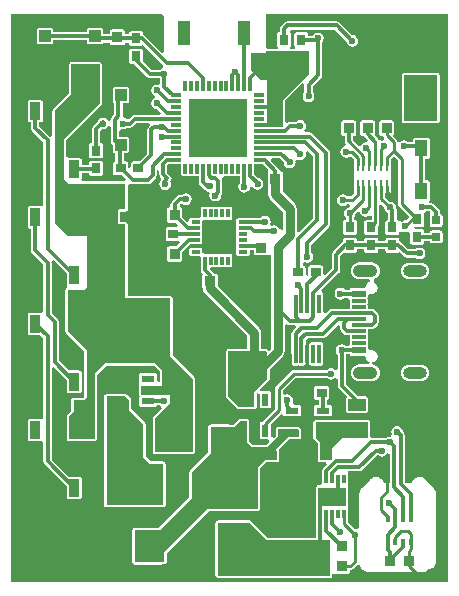
<source format=gtl>
G04 Layer_Physical_Order=1*
G04 Layer_Color=255*
%FSLAX44Y44*%
%MOMM*%
G71*
G01*
G75*
%ADD10R,0.9500X0.9000*%
G04:AMPARAMS|DCode=11|XSize=0.99mm|YSize=0.22mm|CornerRadius=0.022mm|HoleSize=0mm|Usage=FLASHONLY|Rotation=270.000|XOffset=0mm|YOffset=0mm|HoleType=Round|Shape=RoundedRectangle|*
%AMROUNDEDRECTD11*
21,1,0.9900,0.1760,0,0,270.0*
21,1,0.9460,0.2200,0,0,270.0*
1,1,0.0440,-0.0880,-0.4730*
1,1,0.0440,-0.0880,0.4730*
1,1,0.0440,0.0880,0.4730*
1,1,0.0440,0.0880,-0.4730*
%
%ADD11ROUNDEDRECTD11*%
%ADD12R,0.9000X1.5000*%
%ADD13R,2.7500X2.6500*%
%ADD14R,0.3000X0.7500*%
%ADD15R,0.7500X0.3000*%
%ADD16R,0.9000X0.9500*%
G04:AMPARAMS|DCode=17|XSize=0.8mm|YSize=0.3mm|CornerRadius=0.0135mm|HoleSize=0mm|Usage=FLASHONLY|Rotation=90.000|XOffset=0mm|YOffset=0mm|HoleType=Round|Shape=RoundedRectangle|*
%AMROUNDEDRECTD17*
21,1,0.8000,0.2730,0,0,90.0*
21,1,0.7730,0.3000,0,0,90.0*
1,1,0.0270,0.1365,0.3865*
1,1,0.0270,0.1365,-0.3865*
1,1,0.0270,-0.1365,-0.3865*
1,1,0.0270,-0.1365,0.3865*
%
%ADD17ROUNDEDRECTD17*%
G04:AMPARAMS|DCode=18|XSize=0.8mm|YSize=0.3mm|CornerRadius=0.0135mm|HoleSize=0mm|Usage=FLASHONLY|Rotation=180.000|XOffset=0mm|YOffset=0mm|HoleType=Round|Shape=RoundedRectangle|*
%AMROUNDEDRECTD18*
21,1,0.8000,0.2730,0,0,180.0*
21,1,0.7730,0.3000,0,0,180.0*
1,1,0.0270,-0.3865,0.1365*
1,1,0.0270,0.3865,0.1365*
1,1,0.0270,0.3865,-0.1365*
1,1,0.0270,-0.3865,-0.1365*
%
%ADD18ROUNDEDRECTD18*%
%ADD19R,5.0000X5.0000*%
%ADD20R,2.5000X1.7000*%
%ADD21R,2.2000X2.6000*%
%ADD22R,3.2000X1.6000*%
%ADD23R,1.1000X0.6000*%
%ADD24R,1.3500X2.2000*%
%ADD25R,0.9000X1.3000*%
%ADD26R,1.3000X0.9000*%
%ADD27R,0.6000X1.1000*%
%ADD28R,1.1000X1.7000*%
%ADD29R,0.3000X0.7000*%
%ADD30R,2.3500X1.5800*%
%ADD31R,0.4500X0.4900*%
%ADD32R,1.5000X1.0000*%
%ADD33R,0.9000X0.8000*%
%ADD34R,0.3000X1.6000*%
%ADD35R,0.8000X0.9000*%
%ADD36R,1.1500X0.3000*%
%ADD37R,1.1500X0.6000*%
%ADD38R,0.7000X0.7000*%
%ADD39R,1.0500X1.4000*%
%ADD40R,1.0000X1.0000*%
%ADD41R,1.0000X1.0000*%
%ADD42R,1.0000X2.0000*%
%ADD43R,2.2000X1.3500*%
%ADD44R,2.5000X4.0000*%
%ADD45C,0.3000*%
%ADD46C,0.2500*%
%ADD47C,0.8000*%
%ADD48O,2.1000X1.0500*%
%ADD49O,2.0000X1.0000*%
%ADD50C,0.6000*%
G36*
X255534Y360564D02*
Y307436D01*
X243863Y295766D01*
X242016Y296531D01*
Y316000D01*
X241558Y318302D01*
X240254Y320254D01*
X230016Y330492D01*
Y335061D01*
X230120Y335130D01*
X230540Y335759D01*
X230687Y336500D01*
Y345500D01*
X230540Y346241D01*
X230120Y346870D01*
X229491Y347290D01*
X228750Y347437D01*
X227467D01*
Y348000D01*
X227203Y349327D01*
X226451Y350451D01*
X220217Y356686D01*
X220982Y358533D01*
X227564D01*
X231020Y355078D01*
X231004Y355000D01*
X231384Y353088D01*
X232467Y351467D01*
X234088Y350384D01*
X236000Y350004D01*
X237912Y350384D01*
X239533Y351467D01*
X240616Y353088D01*
X240996Y355000D01*
X240680Y356588D01*
X241442Y357401D01*
X242301Y357910D01*
X243088Y357384D01*
X245000Y357004D01*
X246912Y357384D01*
X248533Y358467D01*
X249616Y360088D01*
X249996Y362000D01*
X249680Y363589D01*
X250486Y364347D01*
X251329Y364768D01*
X255534Y360564D01*
D02*
G37*
G36*
X117631Y386533D02*
X116549Y385451D01*
X115797Y384327D01*
X115534Y383000D01*
Y362436D01*
X109035Y355937D01*
X103500D01*
X102759Y355790D01*
X102130Y355370D01*
X101710Y354741D01*
X101563Y354000D01*
Y351222D01*
X99563Y350153D01*
X99437Y350237D01*
Y354000D01*
X99290Y354741D01*
X98870Y355370D01*
X98241Y355790D01*
X97500Y355937D01*
X95467D01*
Y363063D01*
X98000D01*
X98741Y363210D01*
X99370Y363630D01*
X99790Y364259D01*
X99937Y365000D01*
Y375000D01*
X99790Y375741D01*
X99370Y376370D01*
X98741Y376790D01*
X98000Y376937D01*
X91467D01*
Y382061D01*
X92112Y382587D01*
X93467Y383308D01*
X94999Y383003D01*
X96911Y383383D01*
X98532Y384467D01*
X98576Y384533D01*
X100999D01*
X102326Y384796D01*
X103450Y385548D01*
X106436Y388533D01*
X116803D01*
X117631Y386533D01*
D02*
G37*
G36*
X216102Y195000D02*
X217000Y194102D01*
X217000Y172000D01*
X206000Y161000D01*
X206000Y148000D01*
X193000D01*
X184000Y157000D01*
X184000Y195000D01*
X216102Y195000D01*
D02*
G37*
G36*
X75000Y405000D02*
X45000Y375000D01*
Y341000D01*
X49000Y337000D01*
X64000Y337000D01*
X97000Y337000D01*
Y315437D01*
X92250D01*
X91509Y315290D01*
X90880Y314870D01*
X90460Y314241D01*
X90313Y313500D01*
Y304500D01*
X90460Y303759D01*
X90880Y303130D01*
X91509Y302710D01*
X92250Y302563D01*
X97000D01*
X97000Y240000D01*
X135000Y240000D01*
Y191000D01*
X154000Y172000D01*
Y110000D01*
X122000D01*
Y138000D01*
X133336Y149336D01*
X133533Y149467D01*
X133664Y149664D01*
X134999Y150999D01*
X134999Y158000D01*
X110898Y158000D01*
X110000Y158898D01*
Y166000D01*
X128000D01*
X128000Y179000D01*
X122000Y185000D01*
X80000Y185000D01*
X71000Y176000D01*
Y121000D01*
X49000D01*
Y140000D01*
X53000Y144000D01*
Y154000D01*
X62000D01*
X64000Y156000D01*
X64000Y196000D01*
X48000Y212000D01*
X48000Y247000D01*
X62000D01*
X64000Y249000D01*
Y293000D01*
X48000D01*
X37000Y304000D01*
Y399000D01*
X51000Y413000D01*
Y438000D01*
X75000D01*
Y405000D01*
D02*
G37*
G36*
X252000Y430000D02*
X230000Y408000D01*
Y385467D01*
X217000D01*
Y425000D01*
X211000Y425000D01*
X203000Y433000D01*
X203000Y447500D01*
X216000Y447500D01*
Y449000D01*
X252000Y449000D01*
Y430000D01*
D02*
G37*
G36*
X370000Y0D02*
X0D01*
X-0Y481000D01*
X128000Y481000D01*
X130000Y479000D01*
X130000Y448481D01*
X128000Y447653D01*
X113201Y462451D01*
X112077Y463203D01*
X111937Y463230D01*
Y464500D01*
X111790Y465241D01*
X111370Y465870D01*
X110741Y466290D01*
X110000Y466437D01*
X102000D01*
X101259Y466290D01*
X100630Y465870D01*
X100210Y465241D01*
X100063Y464500D01*
Y463467D01*
X96437D01*
Y465750D01*
X96290Y466491D01*
X95870Y467120D01*
X95241Y467540D01*
X94500Y467687D01*
X85500D01*
X84759Y467540D01*
X84130Y467120D01*
X83710Y466491D01*
X83563Y465750D01*
Y463467D01*
X77937D01*
Y467000D01*
X77790Y467741D01*
X77370Y468370D01*
X76741Y468790D01*
X76000Y468937D01*
X66000D01*
X65259Y468790D01*
X64630Y468370D01*
X64210Y467741D01*
X64063Y467000D01*
Y465467D01*
X35937D01*
Y467000D01*
X35790Y467741D01*
X35370Y468370D01*
X34741Y468790D01*
X34000Y468937D01*
X24000D01*
X23259Y468790D01*
X22630Y468370D01*
X22210Y467741D01*
X22063Y467000D01*
Y457000D01*
X22210Y456259D01*
X22630Y455630D01*
X23259Y455210D01*
X24000Y455063D01*
X34000D01*
X34741Y455210D01*
X35370Y455630D01*
X35790Y456259D01*
X35937Y457000D01*
Y458533D01*
X64063D01*
Y457000D01*
X64210Y456259D01*
X64630Y455630D01*
X65259Y455210D01*
X66000Y455063D01*
X76000D01*
X76741Y455210D01*
X77370Y455630D01*
X77790Y456259D01*
X77844Y456533D01*
X83563D01*
Y456250D01*
X83710Y455509D01*
X84130Y454880D01*
X84759Y454460D01*
X85500Y454313D01*
X94500D01*
X95241Y454460D01*
X95870Y454880D01*
X96290Y455509D01*
X96437Y456250D01*
Y456533D01*
X100063D01*
Y455500D01*
X100210Y454759D01*
X100630Y454130D01*
X101259Y453710D01*
X102000Y453563D01*
X110000D01*
X110741Y453710D01*
X111370Y454130D01*
X111686Y454161D01*
X129009Y436838D01*
X128884Y435614D01*
X128476Y434693D01*
X128088Y434616D01*
X126467Y433533D01*
X126423Y433467D01*
X119436D01*
X111937Y440965D01*
Y449500D01*
X111790Y450241D01*
X111370Y450870D01*
X110741Y451290D01*
X110000Y451437D01*
X102000D01*
X101259Y451290D01*
X100630Y450870D01*
X100210Y450241D01*
X100063Y449500D01*
Y440500D01*
X100210Y439759D01*
X100630Y439130D01*
X101259Y438710D01*
X102000Y438563D01*
X104535D01*
X115549Y427549D01*
X116673Y426797D01*
X118000Y426533D01*
X126423D01*
X126467Y426467D01*
X126533Y426423D01*
Y422423D01*
X124534Y420890D01*
X124000Y420996D01*
X122088Y420616D01*
X120467Y419533D01*
X119384Y417912D01*
X119004Y416000D01*
X119384Y414088D01*
X120467Y412467D01*
X121776Y411593D01*
X121949Y410500D01*
X121776Y409407D01*
X120467Y408533D01*
X119384Y406912D01*
X119004Y405000D01*
X119384Y403088D01*
X120467Y401467D01*
X122088Y400384D01*
X124000Y400004D01*
X124078Y400019D01*
X126783Y397314D01*
X126018Y395467D01*
X105000D01*
X103673Y395203D01*
X102549Y394451D01*
X100311Y392214D01*
X98532Y391532D01*
X96911Y392615D01*
X96199Y392757D01*
X94696Y394095D01*
X94467Y394928D01*
Y405063D01*
X98000D01*
X98741Y405210D01*
X99370Y405630D01*
X99790Y406259D01*
X99937Y407000D01*
Y417000D01*
X99790Y417741D01*
X99370Y418370D01*
X98741Y418790D01*
X98000Y418937D01*
X88000D01*
X87259Y418790D01*
X86630Y418370D01*
X86210Y417741D01*
X86063Y417000D01*
Y407000D01*
X86210Y406259D01*
X86630Y405630D01*
X87259Y405210D01*
X87534Y405156D01*
Y395736D01*
X85549Y393751D01*
X84797Y392627D01*
X84534Y391300D01*
Y391078D01*
X82680Y390014D01*
X82534Y390035D01*
X81533Y391533D01*
X79912Y392616D01*
X78000Y392996D01*
X76088Y392616D01*
X74467Y391533D01*
X73384Y389912D01*
X73229Y389132D01*
X69549Y385451D01*
X68797Y384327D01*
X68534Y383000D01*
Y371437D01*
X68000D01*
X67259Y371290D01*
X66630Y370870D01*
X66210Y370241D01*
X66063Y369500D01*
Y360500D01*
X66210Y359759D01*
X66630Y359130D01*
X67259Y358710D01*
X68000Y358563D01*
X76000D01*
X76741Y358710D01*
X77370Y359130D01*
X77790Y359759D01*
X77937Y360500D01*
Y369500D01*
X77790Y370241D01*
X77370Y370870D01*
X76741Y371290D01*
X76000Y371437D01*
X75467D01*
Y381564D01*
X77088Y383185D01*
X78000Y383004D01*
X79912Y383384D01*
X81533Y384467D01*
X82534Y385965D01*
X82680Y385987D01*
X84534Y384921D01*
Y373000D01*
X84797Y371673D01*
X85549Y370549D01*
X86063Y370035D01*
Y365000D01*
X86210Y364259D01*
X86630Y363630D01*
X87259Y363210D01*
X88000Y363063D01*
X88533D01*
Y355937D01*
X88500D01*
X87759Y355790D01*
X87130Y355370D01*
X86710Y354741D01*
X86563Y354000D01*
Y346000D01*
X86710Y345259D01*
X87130Y344630D01*
X87759Y344210D01*
X88500Y344063D01*
X94035D01*
X97231Y340867D01*
X97210Y340697D01*
X96332Y338937D01*
X64000Y338937D01*
X60436Y338937D01*
X59923Y339752D01*
X59575Y340937D01*
X59790Y341259D01*
X59937Y342000D01*
Y346033D01*
X66063D01*
Y345500D01*
X66210Y344759D01*
X66630Y344130D01*
X67259Y343710D01*
X68000Y343563D01*
X76000D01*
X76741Y343710D01*
X77370Y344130D01*
X77790Y344759D01*
X77937Y345500D01*
Y354500D01*
X77790Y355241D01*
X77370Y355870D01*
X76741Y356290D01*
X76000Y356437D01*
X68000D01*
X67259Y356290D01*
X66630Y355870D01*
X66210Y355241D01*
X66063Y354500D01*
Y352967D01*
X59937D01*
Y357000D01*
X59790Y357741D01*
X59370Y358370D01*
X58741Y358790D01*
X58000Y358937D01*
X49000D01*
X48937Y358925D01*
X47270Y359929D01*
X46937Y360312D01*
Y374198D01*
X76370Y403630D01*
X76790Y404259D01*
X76937Y405000D01*
X76937Y405000D01*
Y438000D01*
X76790Y438741D01*
X76370Y439370D01*
X75741Y439790D01*
X75000Y439937D01*
X51000D01*
X50259Y439790D01*
X49630Y439370D01*
X49210Y438741D01*
X49063Y438000D01*
Y413802D01*
X35630Y400370D01*
X35210Y399741D01*
X35063Y399000D01*
X35063Y399000D01*
Y377597D01*
X34587Y377258D01*
X33063Y376840D01*
X23967Y385936D01*
Y389063D01*
X25000D01*
X25741Y389210D01*
X26370Y389630D01*
X26790Y390259D01*
X26937Y391000D01*
Y406000D01*
X26790Y406741D01*
X26370Y407370D01*
X25741Y407790D01*
X25000Y407937D01*
X16000D01*
X15259Y407790D01*
X14630Y407370D01*
X14210Y406741D01*
X14063Y406000D01*
Y391000D01*
X14210Y390259D01*
X14630Y389630D01*
X15259Y389210D01*
X16000Y389063D01*
X17033D01*
Y384500D01*
X17297Y383173D01*
X18049Y382049D01*
X27534Y372564D01*
Y318954D01*
X25935Y317915D01*
X25533Y317831D01*
X25000Y317937D01*
X16000D01*
X15259Y317790D01*
X14630Y317370D01*
X14210Y316741D01*
X14063Y316000D01*
Y301000D01*
X14210Y300259D01*
X14630Y299630D01*
X15259Y299210D01*
X16000Y299063D01*
X17033D01*
Y280500D01*
X17297Y279173D01*
X18049Y278049D01*
X27534Y268564D01*
Y228954D01*
X25935Y227915D01*
X25533Y227831D01*
X25000Y227937D01*
X16000D01*
X15259Y227790D01*
X14630Y227370D01*
X14210Y226741D01*
X14063Y226000D01*
Y211000D01*
X14210Y210259D01*
X14630Y209630D01*
X15259Y209210D01*
X16000Y209063D01*
X25000D01*
X25029Y209069D01*
X27534Y206564D01*
Y138954D01*
X25935Y137915D01*
X25533Y137831D01*
X25000Y137937D01*
X16000D01*
X15259Y137790D01*
X14630Y137370D01*
X14210Y136741D01*
X14063Y136000D01*
Y121000D01*
X14210Y120259D01*
X14630Y119630D01*
X15259Y119210D01*
X16000Y119063D01*
X25000D01*
X25533Y119169D01*
X25935Y119084D01*
X27534Y118046D01*
Y102000D01*
X27797Y100673D01*
X28549Y99549D01*
X47063Y81035D01*
Y72000D01*
X47210Y71259D01*
X47630Y70630D01*
X48259Y70210D01*
X49000Y70063D01*
X58000D01*
X58741Y70210D01*
X59370Y70630D01*
X59790Y71259D01*
X59937Y72000D01*
Y87000D01*
X59790Y87741D01*
X59370Y88370D01*
X58741Y88790D01*
X58000Y88937D01*
X49000D01*
X48971Y88931D01*
X34467Y103436D01*
Y180802D01*
X36467Y181631D01*
X47063Y171035D01*
Y162000D01*
X47210Y161259D01*
X47630Y160630D01*
X48259Y160210D01*
X49000Y160063D01*
X58000D01*
X58741Y160210D01*
X59370Y160630D01*
X59790Y161259D01*
X59937Y162000D01*
Y177000D01*
X59790Y177741D01*
X59370Y178370D01*
X58741Y178790D01*
X58000Y178937D01*
X49000D01*
X48971Y178931D01*
X40467Y187436D01*
Y220000D01*
X40203Y221327D01*
X39451Y222451D01*
X34467Y227436D01*
Y270000D01*
X34267Y271002D01*
X35083Y271765D01*
X35917Y272181D01*
X47063Y261035D01*
Y252000D01*
X47210Y251259D01*
X47470Y250871D01*
X47353Y249718D01*
X47022Y248631D01*
X46630Y248370D01*
X46210Y247741D01*
X46063Y247000D01*
X46063Y212000D01*
X46063Y212000D01*
X46210Y211259D01*
X46630Y210630D01*
X62063Y195198D01*
X62063Y156802D01*
X61198Y155937D01*
X53000D01*
X52259Y155790D01*
X51630Y155370D01*
X51210Y154741D01*
X51063Y154000D01*
Y144802D01*
X47630Y141370D01*
X47210Y140741D01*
X47063Y140000D01*
X47063Y140000D01*
Y121000D01*
X47210Y120259D01*
X47630Y119630D01*
X48259Y119210D01*
X49000Y119063D01*
X71000D01*
X71741Y119210D01*
X72370Y119630D01*
X72790Y120259D01*
X72937Y121000D01*
Y175198D01*
X80803Y183063D01*
X121197Y183063D01*
X126063Y178197D01*
X126063Y169787D01*
X125437Y169427D01*
X123437Y170584D01*
Y175000D01*
X123290Y175741D01*
X122870Y176370D01*
X122241Y176790D01*
X121500Y176937D01*
X110500D01*
X109759Y176790D01*
X109130Y176370D01*
X108710Y175741D01*
X108563Y175000D01*
Y169000D01*
X108710Y168259D01*
X109096Y167681D01*
X108630Y167370D01*
X108210Y166741D01*
X108063Y166000D01*
Y158898D01*
X108063Y158898D01*
X108210Y158157D01*
X108630Y157528D01*
X108993Y157165D01*
X108710Y156741D01*
X108563Y156000D01*
Y150000D01*
X108710Y149259D01*
X109130Y148630D01*
X109759Y148210D01*
X110500Y148063D01*
X121500D01*
X122241Y148210D01*
X122870Y148630D01*
X123290Y149259D01*
X123344Y149533D01*
X126423D01*
X126467Y149467D01*
X127326Y148894D01*
X127815Y146555D01*
X120630Y139370D01*
X120630Y139370D01*
X120210Y138741D01*
X120063Y138000D01*
X120063Y138000D01*
Y110000D01*
X120210Y109259D01*
X120630Y108630D01*
X121259Y108210D01*
X122000Y108063D01*
X154000D01*
X154741Y108210D01*
X155370Y108630D01*
X155790Y109259D01*
X155937Y110000D01*
Y172000D01*
X155937Y172000D01*
X155790Y172741D01*
X155370Y173370D01*
X155370Y173370D01*
X136937Y191802D01*
Y240000D01*
X136790Y240741D01*
X136370Y241370D01*
X135741Y241790D01*
X135000Y241937D01*
X98937Y241937D01*
X98937Y302563D01*
X98790Y303304D01*
X98370Y303933D01*
X97741Y304352D01*
X97000Y304500D01*
X92441D01*
X92282Y304532D01*
X92250Y304691D01*
Y313309D01*
X92282Y313468D01*
X92441Y313500D01*
X97000D01*
X97741Y313647D01*
X98370Y314067D01*
X98790Y314696D01*
X98937Y315437D01*
Y336332D01*
X99833Y337009D01*
X100393Y337242D01*
X100886Y337324D01*
X101673Y336797D01*
X103000Y336533D01*
X116000D01*
X117327Y336797D01*
X118451Y337549D01*
X122451Y341549D01*
X123203Y342673D01*
X123467Y344000D01*
Y348709D01*
X123533Y348754D01*
X125534Y347685D01*
Y345000D01*
X125797Y343673D01*
X126549Y342549D01*
X126837Y342261D01*
X126967Y340283D01*
X125884Y338662D01*
X125504Y336750D01*
X125884Y334838D01*
X126967Y333217D01*
X128588Y332134D01*
X130500Y331754D01*
X132412Y332134D01*
X134033Y333217D01*
X135116Y334838D01*
X135496Y336750D01*
X135116Y338662D01*
X134895Y338992D01*
X134951Y339049D01*
X135703Y340173D01*
X135967Y341500D01*
X135703Y342827D01*
X134951Y343951D01*
X132467Y346436D01*
Y352564D01*
X133436Y353533D01*
X140000D01*
X140134Y353560D01*
X142137D01*
X143883Y353383D01*
X144060Y351637D01*
Y345635D01*
X144218Y344841D01*
X144668Y344168D01*
X145341Y343718D01*
X146135Y343560D01*
X148865D01*
X149659Y343718D01*
X150000Y343946D01*
X150341Y343718D01*
X151135Y343560D01*
X153865D01*
X154659Y343718D01*
X155000Y343946D01*
X155341Y343718D01*
X156135Y343560D01*
X158865D01*
X159033Y343422D01*
Y338500D01*
X159297Y337173D01*
X160049Y336049D01*
X163532Y332565D01*
X164657Y331814D01*
X165072Y331731D01*
X165237Y331484D01*
X166858Y330401D01*
X166960Y330380D01*
X168384Y328912D01*
X168004Y327000D01*
X168384Y325088D01*
X169467Y323467D01*
X171088Y322384D01*
X173000Y322004D01*
X174912Y322384D01*
X176533Y323467D01*
X177616Y325088D01*
X177996Y327000D01*
X177980Y327078D01*
X178101Y327199D01*
X178853Y328323D01*
X179117Y329650D01*
Y339600D01*
X178853Y340927D01*
X179422Y343119D01*
X180341Y343718D01*
X181135Y343560D01*
X183865D01*
X184659Y343718D01*
X185000Y343946D01*
X185341Y343718D01*
X186135Y343560D01*
X188865D01*
X189659Y343718D01*
X190000Y343946D01*
X190341Y343718D01*
X191135Y343560D01*
X193865D01*
X194033Y343422D01*
Y338077D01*
X193967Y338033D01*
X192884Y336412D01*
X192504Y334500D01*
X192884Y332588D01*
X193967Y330967D01*
X195588Y329884D01*
X197500Y329504D01*
X199412Y329884D01*
X201033Y330967D01*
X202116Y332588D01*
X202444Y334239D01*
X203514Y334610D01*
X204421Y334707D01*
X205239Y333484D01*
X206860Y332401D01*
X208772Y332020D01*
X210683Y332401D01*
X212304Y333484D01*
X213387Y335104D01*
X213768Y337016D01*
X213387Y338928D01*
X212304Y340549D01*
X210683Y341632D01*
X208920Y341983D01*
X205967Y344936D01*
Y349500D01*
X205940Y349634D01*
Y351637D01*
X206117Y353383D01*
X207863Y353560D01*
X209866D01*
X210000Y353533D01*
X213564D01*
X217955Y349142D01*
X218013Y348950D01*
X217880Y346870D01*
X217460Y346241D01*
X217313Y345500D01*
Y336500D01*
X217460Y335759D01*
X217880Y335130D01*
X217985Y335061D01*
Y328000D01*
X218442Y325698D01*
X219746Y323746D01*
X229984Y313508D01*
Y297729D01*
X229900Y297679D01*
X227664Y298670D01*
X227616Y298912D01*
X226533Y300533D01*
X224912Y301616D01*
X223000Y301996D01*
X221088Y301616D01*
X220996Y301554D01*
X219554Y302996D01*
X219616Y303088D01*
X219996Y305000D01*
X219616Y306912D01*
X218533Y308533D01*
X216912Y309616D01*
X215000Y309996D01*
X213088Y309616D01*
X211467Y308533D01*
X211089Y307966D01*
X196500D01*
X196352Y307937D01*
X192750D01*
X192009Y307790D01*
X191380Y307370D01*
X190960Y306741D01*
X190813Y306000D01*
Y303000D01*
X190960Y302259D01*
X191133Y302000D01*
X190960Y301741D01*
X190813Y301000D01*
Y298000D01*
X190960Y297259D01*
X191133Y297000D01*
X190960Y296741D01*
X190813Y296000D01*
Y293000D01*
X190960Y292259D01*
X191133Y292000D01*
X190960Y291741D01*
X190813Y291000D01*
Y288000D01*
X190960Y287259D01*
X191133Y287000D01*
X190960Y286741D01*
X190813Y286000D01*
Y283000D01*
X190960Y282259D01*
X191133Y282000D01*
X190960Y281741D01*
X190813Y281000D01*
Y278000D01*
X190960Y277259D01*
X191380Y276630D01*
X192009Y276210D01*
X192750Y276063D01*
X200250D01*
X200991Y276210D01*
X201620Y276630D01*
X202040Y277259D01*
X202187Y278000D01*
Y281000D01*
X202215Y281033D01*
X205563D01*
Y278250D01*
X205710Y277509D01*
X206130Y276880D01*
X206759Y276460D01*
X207500Y276313D01*
X216500D01*
X217241Y276460D01*
X217870Y276880D01*
X217985Y277052D01*
X219984Y276557D01*
Y231000D01*
Y197492D01*
X218167Y195674D01*
X217472Y196370D01*
X216843Y196790D01*
X216102Y196937D01*
X216102Y196937D01*
X212016D01*
Y211000D01*
X211558Y213302D01*
X210254Y215254D01*
X175187Y250320D01*
Y259000D01*
X175040Y259741D01*
X174620Y260370D01*
X173991Y260790D01*
X173250Y260937D01*
X171629D01*
X170951Y261951D01*
X168590Y264313D01*
X169418Y266313D01*
X170500D01*
X171241Y266460D01*
X171500Y266633D01*
X171759Y266460D01*
X172500Y266313D01*
X175500D01*
X176241Y266460D01*
X176500Y266633D01*
X176759Y266460D01*
X177500Y266313D01*
X180500D01*
X181241Y266460D01*
X181500Y266633D01*
X181759Y266460D01*
X182500Y266313D01*
X185500D01*
X186241Y266460D01*
X186870Y266880D01*
X187290Y267509D01*
X187437Y268250D01*
Y275750D01*
X187290Y276491D01*
X186870Y277120D01*
X186241Y277540D01*
X185500Y277687D01*
X182500D01*
X181759Y277540D01*
X181500Y277367D01*
X181241Y277540D01*
X180500Y277687D01*
X177500D01*
X176759Y277540D01*
X176500Y277367D01*
X176241Y277540D01*
X175500Y277687D01*
X172500D01*
X171759Y277540D01*
X171500Y277367D01*
X171241Y277540D01*
X170500Y277687D01*
X167500D01*
X166759Y277540D01*
X166500Y277367D01*
X166241Y277540D01*
X165500Y277687D01*
X164133D01*
X162457Y277957D01*
X162187Y279633D01*
Y281000D01*
X162040Y281741D01*
X161620Y282370D01*
X160991Y282790D01*
X160250Y282937D01*
X152750D01*
X152009Y282790D01*
X151380Y282370D01*
X150960Y281741D01*
X150813Y281000D01*
Y278000D01*
X150960Y277259D01*
X151380Y276630D01*
X152009Y276210D01*
X152750Y276063D01*
X158617D01*
X160293Y275793D01*
X160563Y274117D01*
Y272148D01*
X160534Y272000D01*
Y264000D01*
X160797Y262673D01*
X161549Y261549D01*
X161588Y261509D01*
X162380Y260370D01*
X161960Y259741D01*
X161813Y259000D01*
Y250000D01*
X161960Y249259D01*
X162380Y248630D01*
X162484Y248561D01*
Y248500D01*
X162942Y246198D01*
X164246Y244246D01*
X199984Y208508D01*
Y196937D01*
X184000Y196937D01*
X183259Y196790D01*
X182630Y196370D01*
X182210Y195741D01*
X182063Y195000D01*
X182063Y157000D01*
X182063Y157000D01*
X182210Y156258D01*
X182630Y155630D01*
X182630Y155630D01*
X191630Y146630D01*
X191630Y146630D01*
X192259Y146210D01*
X193000Y146063D01*
X193000Y146063D01*
X206000D01*
X206741Y146210D01*
X207370Y146630D01*
X207790Y147259D01*
X207937Y148000D01*
X207937Y159656D01*
X208626Y160214D01*
X209444Y159997D01*
X210441Y159324D01*
X210563Y159177D01*
Y148700D01*
X210710Y147959D01*
X211130Y147330D01*
X211759Y146910D01*
X212500Y146763D01*
X218500D01*
X219241Y146910D01*
X219870Y147330D01*
X220290Y147959D01*
X220437Y148700D01*
Y159700D01*
X220290Y160441D01*
X219870Y161070D01*
X219241Y161490D01*
X218500Y161637D01*
X212500D01*
X212132Y161564D01*
X211224Y162633D01*
X210953Y163213D01*
X218370Y170630D01*
X218370Y170630D01*
X218790Y171259D01*
X218937Y172000D01*
X218937Y172000D01*
X218937Y179430D01*
X230254Y190746D01*
X231558Y192698D01*
X232016Y195000D01*
Y217517D01*
X234016Y218237D01*
X234673Y217797D01*
X236000Y217533D01*
X240802D01*
X241631Y215533D01*
X238549Y212451D01*
X237797Y211327D01*
X237533Y210000D01*
Y193000D01*
X237563Y192852D01*
Y185000D01*
X237710Y184259D01*
X238130Y183630D01*
X238759Y183210D01*
X239500Y183063D01*
X242500D01*
X243241Y183210D01*
X243500Y183383D01*
X243759Y183210D01*
X244500Y183063D01*
X247500D01*
X248241Y183210D01*
X248870Y183630D01*
X249290Y184259D01*
X249437Y185000D01*
Y192852D01*
X249467Y193000D01*
Y204564D01*
X251436Y206533D01*
X264000D01*
X265327Y206797D01*
X266451Y207549D01*
X276534Y217631D01*
X278533Y216802D01*
Y215000D01*
X278797Y213673D01*
X279549Y212549D01*
X282049Y210049D01*
X283174Y209297D01*
X284500Y209033D01*
X286735D01*
X286763Y209000D01*
Y206000D01*
X286910Y205259D01*
X287083Y205000D01*
X286910Y204741D01*
X286763Y204000D01*
Y201000D01*
X285421Y199668D01*
X283533Y199533D01*
X281912Y200616D01*
X280000Y200996D01*
X278088Y200616D01*
X276467Y199533D01*
X275384Y197912D01*
X275004Y196000D01*
X275384Y194088D01*
X276467Y192467D01*
X276534Y192423D01*
Y180132D01*
X274534Y179526D01*
X274529Y179533D01*
X272908Y180616D01*
X270996Y180996D01*
X269084Y180616D01*
X267463Y179533D01*
X267249Y179212D01*
X239444D01*
X238215Y178967D01*
X237173Y178271D01*
X224679Y165777D01*
X223983Y164735D01*
X223738Y163506D01*
Y146506D01*
X213229Y135997D01*
X212855Y135437D01*
X212500D01*
X211759Y135290D01*
X211130Y134870D01*
X210710Y134241D01*
X210563Y133500D01*
Y122500D01*
X210710Y121759D01*
X211130Y121130D01*
X211759Y120710D01*
X212500Y120563D01*
X217995D01*
X218731Y119329D01*
X218866Y118606D01*
X216198Y115937D01*
X204802D01*
X201937Y118802D01*
Y136000D01*
X201790Y136741D01*
X201370Y137370D01*
X200741Y137790D01*
X200000Y137937D01*
X194000D01*
X193259Y137790D01*
X192630Y137370D01*
X192630Y137370D01*
X188198Y132937D01*
X184769D01*
X184241Y133290D01*
X183500Y133437D01*
X170500D01*
X169759Y133290D01*
X169231Y132937D01*
X169000D01*
X168259Y132790D01*
X167630Y132370D01*
X167210Y131741D01*
X167063Y131000D01*
Y109802D01*
X151630Y94370D01*
X151210Y93741D01*
X151063Y93000D01*
X151063Y93000D01*
X151063Y71802D01*
X125198Y45937D01*
X104750Y45937D01*
X104009Y45790D01*
X103380Y45370D01*
X102960Y44741D01*
X102813Y44000D01*
X102813Y17000D01*
X102960Y16259D01*
X103175Y15938D01*
X103210Y15759D01*
X103630Y15130D01*
X104259Y14710D01*
X105000Y14563D01*
X127000D01*
X127741Y14710D01*
X128269Y15063D01*
X130000D01*
X130741Y15210D01*
X131370Y15630D01*
X131790Y16259D01*
X131937Y17000D01*
X131937Y24198D01*
X167802Y60063D01*
X209000Y60063D01*
X209741Y60210D01*
X210370Y60630D01*
X210790Y61259D01*
X210937Y62000D01*
X210937Y96198D01*
X215802Y101063D01*
X225000D01*
X225741Y101210D01*
X226370Y101630D01*
X226790Y102259D01*
X226937Y103000D01*
Y111000D01*
X226937Y111000D01*
X226790Y111741D01*
X226666Y111926D01*
X235802Y121063D01*
X244000D01*
X244741Y121210D01*
X245370Y121630D01*
X245790Y122259D01*
X245937Y123000D01*
Y128000D01*
X245937Y128000D01*
X245790Y128741D01*
X245370Y129370D01*
X245370Y129370D01*
X245362Y129377D01*
X245290Y129741D01*
X244870Y130370D01*
X244241Y130790D01*
X243500Y130937D01*
X243000D01*
X243000Y130937D01*
X243000Y130937D01*
X226000D01*
X225259Y130790D01*
X224630Y130370D01*
X224210Y129741D01*
X224063Y129000D01*
Y123802D01*
X222394Y122134D01*
X221671Y122269D01*
X220437Y123005D01*
Y133500D01*
X220334Y134018D01*
X228563Y142246D01*
X229408Y142142D01*
X230655Y141538D01*
X230710Y141259D01*
X231130Y140630D01*
X231759Y140210D01*
X232500Y140063D01*
X243500D01*
X244241Y140210D01*
X244870Y140630D01*
X245290Y141259D01*
X245437Y142000D01*
Y148000D01*
X245290Y148741D01*
X244870Y149370D01*
X244241Y149790D01*
X243500Y149937D01*
X239751D01*
X238629Y151816D01*
X238636Y151937D01*
X238996Y153750D01*
X238616Y155662D01*
X237533Y157283D01*
X235912Y158366D01*
X234000Y158746D01*
X232162Y158380D01*
X232079Y158371D01*
X230162Y159484D01*
Y162176D01*
X240774Y172788D01*
X267249D01*
X267463Y172467D01*
X269084Y171384D01*
X270996Y171004D01*
X272908Y171384D01*
X274529Y172467D01*
X274534Y172474D01*
X276534Y171868D01*
Y166000D01*
X276797Y164673D01*
X277549Y163549D01*
X284184Y156914D01*
X284130Y156370D01*
X283710Y155741D01*
X283563Y155000D01*
Y145000D01*
X283710Y144259D01*
X284130Y143630D01*
X284759Y143210D01*
X285500Y143063D01*
X300500D01*
X301241Y143210D01*
X301870Y143630D01*
X302290Y144259D01*
X302437Y145000D01*
Y155000D01*
X302290Y155741D01*
X301870Y156370D01*
X301241Y156790D01*
X300500Y156937D01*
X293965D01*
X283467Y167436D01*
Y192423D01*
X283533Y192467D01*
X283577Y192533D01*
X286856D01*
X286910Y192259D01*
X287330Y191630D01*
X287959Y191210D01*
X288700Y191063D01*
X299957D01*
X299986Y190913D01*
Y190722D01*
X300239Y189454D01*
X300528Y188756D01*
X301246Y187681D01*
X301781Y187146D01*
X302856Y186428D01*
X303554Y186139D01*
X303587Y186012D01*
X302044Y184012D01*
X294950D01*
X293083Y183766D01*
X291344Y183046D01*
X289851Y181899D01*
X288705Y180406D01*
X287984Y178666D01*
X287738Y176800D01*
X287984Y174933D01*
X288705Y173194D01*
X289851Y171701D01*
X291344Y170555D01*
X293083Y169834D01*
X294950Y169588D01*
X305450D01*
X307317Y169834D01*
X309056Y170555D01*
X310550Y171701D01*
X311696Y173194D01*
X312416Y174933D01*
X312662Y176800D01*
X312416Y178666D01*
X311696Y180406D01*
X310550Y181899D01*
X309056Y183046D01*
X307781Y183574D01*
X307317Y183766D01*
X306018Y184146D01*
X305958Y185962D01*
X306128Y185996D01*
X306846Y186139D01*
X307544Y186428D01*
X308619Y187146D01*
X309154Y187681D01*
X309872Y188756D01*
X310161Y189454D01*
Y189454D01*
X310414Y190722D01*
Y190913D01*
X310451Y191100D01*
X310414Y191287D01*
Y191478D01*
X310161Y192746D01*
X309872Y193444D01*
X309154Y194519D01*
X308619Y195054D01*
X307544Y195772D01*
X306846Y196061D01*
X306846D01*
X305578Y196314D01*
X304822D01*
X304137Y196177D01*
X302464Y197148D01*
X302137Y197639D01*
Y199000D01*
X301990Y199741D01*
X301817Y200000D01*
X301990Y200259D01*
X302137Y201000D01*
Y204000D01*
X301990Y204741D01*
X301817Y205000D01*
X301990Y205259D01*
X302137Y206000D01*
Y209000D01*
X301990Y209741D01*
X301817Y210000D01*
X301990Y210259D01*
X302137Y211000D01*
Y214000D01*
X302165Y214033D01*
X305500D01*
X306827Y214297D01*
X307951Y215049D01*
X310451Y217549D01*
X311203Y218673D01*
X311467Y220000D01*
Y225000D01*
X311203Y226327D01*
X310451Y227451D01*
X307951Y229951D01*
X306827Y230703D01*
X305500Y230967D01*
X302165D01*
X302137Y231000D01*
Y234000D01*
X301990Y234741D01*
X301817Y235000D01*
X301990Y235259D01*
X302137Y236000D01*
Y239000D01*
X301990Y239741D01*
X301817Y240000D01*
X301990Y240259D01*
X302137Y241000D01*
Y242361D01*
X302704Y242991D01*
X304137Y243823D01*
X304822Y243686D01*
X305578D01*
X306846Y243939D01*
X307544Y244228D01*
X308619Y244946D01*
X309154Y245481D01*
X309872Y246556D01*
X310161Y247254D01*
Y247254D01*
X310414Y248522D01*
Y248713D01*
X310451Y248900D01*
X310414Y249087D01*
Y249278D01*
X310161Y250546D01*
X309872Y251244D01*
X309154Y252319D01*
X308619Y252854D01*
X307544Y253572D01*
X306846Y253861D01*
X306706Y254136D01*
X306974Y255055D01*
X307782Y256427D01*
X309056Y256954D01*
X310550Y258101D01*
X311696Y259594D01*
X312416Y261334D01*
X312662Y263200D01*
X312416Y265067D01*
X311696Y266806D01*
X310550Y268299D01*
X309056Y269445D01*
X307317Y270166D01*
X305450Y270412D01*
X294950D01*
X293083Y270166D01*
X291344Y269445D01*
X289851Y268299D01*
X288705Y266806D01*
X287984Y265067D01*
X287738Y263200D01*
X287984Y261334D01*
X288705Y259594D01*
X289851Y258101D01*
X291344Y256954D01*
X293083Y256234D01*
X294950Y255988D01*
X302098D01*
X304015Y255788D01*
X304015Y255788D01*
X304015D01*
X304045Y255481D01*
X304045D01*
X304192Y253988D01*
X304016Y253953D01*
X303554Y253861D01*
X302856Y253572D01*
X301781Y252854D01*
X301246Y252319D01*
X300528Y251244D01*
X300239Y250546D01*
Y250546D01*
X299986Y249278D01*
Y249087D01*
X299957Y248937D01*
X288700D01*
X287959Y248790D01*
X287330Y248370D01*
X286910Y247741D01*
X286856Y247467D01*
X282577D01*
X282533Y247533D01*
X280912Y248616D01*
X279000Y248996D01*
X277088Y248616D01*
X275467Y247533D01*
X274384Y245912D01*
X274004Y244000D01*
X274384Y242088D01*
X275467Y240467D01*
X277088Y239384D01*
X279000Y239004D01*
X280912Y239384D01*
X282533Y240467D01*
X282577Y240533D01*
X285184D01*
X285246Y240505D01*
X286763Y239000D01*
Y236000D01*
X286910Y235259D01*
X287083Y235000D01*
X286910Y234741D01*
X286763Y234000D01*
Y231000D01*
X286735Y230967D01*
X271500D01*
X270173Y230703D01*
X269049Y229951D01*
X266437Y227340D01*
X264437Y228168D01*
Y243000D01*
X264290Y243741D01*
X263870Y244370D01*
X263451Y244649D01*
X263173Y245173D01*
X262868Y246894D01*
X277451Y261478D01*
X278203Y262602D01*
X278467Y263929D01*
Y275564D01*
X281871Y278969D01*
X282259Y278710D01*
X283000Y278563D01*
X291000D01*
X291741Y278710D01*
X292370Y279130D01*
X292790Y279759D01*
X292937Y280500D01*
Y281533D01*
X299063D01*
Y280500D01*
X299210Y279759D01*
X299630Y279130D01*
X300259Y278710D01*
X301000Y278563D01*
X309000D01*
X309741Y278710D01*
X310370Y279130D01*
X310790Y279759D01*
X310937Y280500D01*
Y281533D01*
X317063D01*
Y280500D01*
X317210Y279759D01*
X317630Y279130D01*
X318259Y278710D01*
X319000Y278563D01*
X327000D01*
X327741Y278710D01*
X328370Y279130D01*
X328914Y279184D01*
X332549Y275549D01*
X333673Y274797D01*
X335000Y274533D01*
X342423D01*
X342467Y274467D01*
X344088Y273384D01*
X346000Y273004D01*
X347912Y273384D01*
X349533Y274467D01*
X350616Y276088D01*
X350996Y278000D01*
X350616Y279912D01*
X349533Y281533D01*
X347912Y282616D01*
X346000Y282996D01*
X344088Y282616D01*
X342467Y281533D01*
X342423Y281467D01*
X336436D01*
X330451Y287451D01*
X329327Y288203D01*
X328937Y288280D01*
Y289500D01*
X328790Y290241D01*
X328370Y290870D01*
X327741Y291290D01*
X327000Y291437D01*
X319000D01*
X318259Y291290D01*
X317630Y290870D01*
X317210Y290241D01*
X317063Y289500D01*
Y288467D01*
X310937D01*
Y289500D01*
X310790Y290241D01*
X310370Y290870D01*
X309741Y291290D01*
X309000Y291437D01*
X301000D01*
X300259Y291290D01*
X299630Y290870D01*
X299210Y290241D01*
X299063Y289500D01*
Y288467D01*
X292937D01*
Y289500D01*
X292790Y290241D01*
X292370Y290870D01*
X291741Y291290D01*
X291000Y291437D01*
X283000D01*
X282259Y291290D01*
X281630Y290870D01*
X281210Y290241D01*
X281063Y289500D01*
Y287795D01*
X280549Y287451D01*
X272549Y279451D01*
X271797Y278327D01*
X271534Y277000D01*
Y265365D01*
X266285Y260116D01*
X264437Y260882D01*
Y266000D01*
X264290Y266741D01*
X263870Y267370D01*
X263241Y267790D01*
X262500Y267937D01*
X253500D01*
X252759Y267790D01*
X252130Y267370D01*
X251710Y266741D01*
X251563Y266000D01*
Y259335D01*
X251437Y259217D01*
X249507Y260052D01*
X249437Y260159D01*
Y266000D01*
X249290Y266741D01*
X248870Y267370D01*
X248241Y267790D01*
X247500Y267937D01*
X247110D01*
X246861Y269877D01*
X248502Y270776D01*
X249088Y270384D01*
X251000Y270004D01*
X252912Y270384D01*
X254533Y271467D01*
X255616Y273088D01*
X255996Y275000D01*
X255616Y276912D01*
X254533Y278533D01*
X254467Y278577D01*
Y285564D01*
X269451Y300549D01*
X270203Y301673D01*
X270467Y303000D01*
Y363000D01*
X270203Y364327D01*
X269451Y365451D01*
X255451Y379451D01*
X254327Y380203D01*
X253000Y380466D01*
X249138D01*
X248532Y382467D01*
X248533Y382467D01*
X249616Y384088D01*
X249996Y386000D01*
X249616Y387912D01*
X248533Y389533D01*
X246912Y390616D01*
X245000Y390996D01*
X243088Y390616D01*
X241467Y389533D01*
X241423Y389467D01*
X236000D01*
X234673Y389203D01*
X233937Y388711D01*
X231937Y389365D01*
Y407198D01*
X246682Y421942D01*
X248458Y421039D01*
X248533Y420965D01*
Y414577D01*
X248467Y414533D01*
X247384Y412912D01*
X247004Y411000D01*
X247384Y409088D01*
X248467Y407467D01*
X250088Y406384D01*
X252000Y406004D01*
X253912Y406384D01*
X255533Y407467D01*
X256616Y409088D01*
X256996Y411000D01*
X256616Y412912D01*
X255533Y414533D01*
X255467Y414577D01*
Y419564D01*
X262451Y426549D01*
X263203Y427673D01*
X263467Y429000D01*
Y456423D01*
X263533Y456467D01*
X264616Y458088D01*
X264996Y460000D01*
X264616Y461912D01*
X263533Y463533D01*
X261912Y464616D01*
X260000Y464996D01*
X258088Y464616D01*
X256467Y463533D01*
X255755Y462467D01*
X251937D01*
Y463500D01*
X251790Y464241D01*
X251370Y464870D01*
X250741Y465290D01*
X250000Y465437D01*
X242000D01*
X241259Y465290D01*
X240630Y464870D01*
X240210Y464241D01*
X240063Y463500D01*
Y454500D01*
X240210Y453759D01*
X240630Y453130D01*
X240919Y452937D01*
X240748Y451362D01*
X240586Y450937D01*
X236414D01*
X236252Y451362D01*
X236081Y452937D01*
X236370Y453130D01*
X236790Y453759D01*
X236937Y454500D01*
Y463500D01*
X236790Y464241D01*
X236370Y464870D01*
X236776Y466889D01*
X237293Y467533D01*
X274564D01*
X284020Y458078D01*
X284004Y458000D01*
X284384Y456088D01*
X285467Y454467D01*
X287088Y453384D01*
X289000Y453004D01*
X290912Y453384D01*
X292533Y454467D01*
X293616Y456088D01*
X293996Y458000D01*
X293616Y459912D01*
X292533Y461533D01*
X290912Y462616D01*
X289000Y462996D01*
X288922Y462980D01*
X278451Y473451D01*
X277327Y474203D01*
X276000Y474467D01*
X234000D01*
X232673Y474203D01*
X231549Y473451D01*
X228549Y470451D01*
X227797Y469327D01*
X227533Y468000D01*
Y465437D01*
X227000D01*
X226259Y465290D01*
X225630Y464870D01*
X225210Y464241D01*
X225063Y463500D01*
Y454500D01*
X225210Y453759D01*
X225630Y453130D01*
X225919Y452937D01*
X225748Y451362D01*
X225586Y450937D01*
X217414Y450937D01*
X216000Y452351D01*
X216000Y479000D01*
X216000Y481000D01*
X218000Y481000D01*
X370000Y481000D01*
Y0D01*
D02*
G37*
G36*
X200000Y118000D02*
X204000Y114000D01*
X217000D01*
X226000Y123000D01*
Y129000D01*
X243000D01*
X244000Y128000D01*
Y123000D01*
X235000D01*
X224000Y112000D01*
X225000Y111000D01*
Y103000D01*
X215000D01*
X209000Y97000D01*
X209000Y62000D01*
X167000Y62000D01*
X130000Y25000D01*
X130000Y17000D01*
X104750Y17000D01*
X104750Y44000D01*
X126000Y44000D01*
X153000Y71000D01*
X153000Y93000D01*
X169000Y109000D01*
Y131000D01*
X189000D01*
X194000Y136000D01*
X200000D01*
Y118000D01*
D02*
G37*
%LPC*%
G36*
X302000Y136937D02*
X258000D01*
X257259Y136790D01*
X256630Y136370D01*
X256210Y135741D01*
X256063Y135000D01*
Y122000D01*
X256210Y121259D01*
X256630Y120630D01*
X256630Y120630D01*
X260063Y117198D01*
Y103000D01*
X260210Y102259D01*
X260630Y101630D01*
X261259Y101210D01*
X262000Y101063D01*
X266618D01*
X267383Y99215D01*
X264549Y96381D01*
X263797Y95256D01*
X263533Y93930D01*
Y86750D01*
X263563Y86602D01*
Y83250D01*
X261937Y81837D01*
X260250D01*
X259509Y81690D01*
X258880Y81270D01*
X258460Y80641D01*
X258313Y79900D01*
Y64100D01*
X258460Y63359D01*
X258633Y63099D01*
Y61105D01*
X258563Y60750D01*
Y57398D01*
X258533Y57250D01*
Y36937D01*
X217802Y36937D01*
X203370Y51370D01*
X203370Y51370D01*
X202741Y51790D01*
X202000Y51937D01*
X202000Y51937D01*
X175000D01*
X174259Y51790D01*
X173630Y51370D01*
X173210Y50741D01*
X173063Y50000D01*
Y6000D01*
X173063Y6000D01*
X173210Y5259D01*
X173630Y4630D01*
X173630Y4630D01*
X174630Y3630D01*
X175259Y3210D01*
X176000Y3063D01*
X176000Y3063D01*
X270000D01*
X270741Y3210D01*
X271370Y3630D01*
X271790Y4259D01*
X271937Y5000D01*
Y6438D01*
X273585Y7025D01*
X273937Y7092D01*
X274509Y6710D01*
X275250Y6563D01*
X284750D01*
X285491Y6710D01*
X286120Y7130D01*
X286540Y7759D01*
X286687Y8500D01*
Y9788D01*
X287000D01*
X288229Y10033D01*
X289271Y10729D01*
X293085Y14543D01*
X293691Y14562D01*
X293710Y14559D01*
X295182Y13988D01*
X295207Y13863D01*
X295968Y12024D01*
X296388Y11396D01*
X296993Y10791D01*
X297079Y10679D01*
X297191Y10593D01*
X297796Y9988D01*
X298424Y9568D01*
X300263Y8806D01*
X301005Y8659D01*
X301859D01*
X302518Y8000D01*
X351750D01*
Y8724D01*
X351819Y9247D01*
X353000Y10640D01*
X353141Y10659D01*
X353995D01*
X354737Y10806D01*
X356576Y11568D01*
X357204Y11988D01*
X357809Y12593D01*
X357921Y12679D01*
X358008Y12791D01*
X358612Y13396D01*
X359032Y14024D01*
X359794Y15863D01*
X359941Y16605D01*
Y17459D01*
X359960Y17600D01*
Y74600D01*
X359941Y74741D01*
Y75093D01*
X359904Y75280D01*
X359904Y75472D01*
X359730Y76345D01*
X359723Y76401D01*
X359715Y76419D01*
X359711Y76439D01*
X359638Y76616D01*
X359601Y76803D01*
X359223Y77714D01*
X359117Y77873D01*
X359044Y78049D01*
X359034Y78064D01*
X359027Y78080D01*
X358995Y78121D01*
X358495Y78869D01*
X358360Y79004D01*
X358254Y79163D01*
X358007Y79409D01*
X357921Y79521D01*
X350921Y86521D01*
X350809Y86607D01*
X350204Y87212D01*
X349576Y87632D01*
X347737Y88393D01*
X346995Y88541D01*
X346141D01*
X346000Y88560D01*
X345859Y88541D01*
X345005D01*
X344263Y88393D01*
X342424Y87632D01*
X341796Y87212D01*
X341191Y86607D01*
X341079Y86521D01*
X340993Y86409D01*
X340388Y85804D01*
X339968Y85176D01*
X339207Y83337D01*
X334566D01*
X333467Y84436D01*
Y124000D01*
X333203Y125327D01*
X332451Y126451D01*
X331981Y126922D01*
X331996Y127000D01*
X331616Y128912D01*
X330533Y130533D01*
X328912Y131616D01*
X327000Y131996D01*
X325088Y131616D01*
X323467Y130533D01*
X322384Y128912D01*
X322004Y127000D01*
X322384Y125088D01*
X322637Y124710D01*
X321435Y122909D01*
X321000Y122996D01*
X319088Y122616D01*
X317467Y121533D01*
X317423Y121467D01*
X305870D01*
X304834Y121753D01*
X303937Y123294D01*
Y135000D01*
X303790Y135741D01*
X303370Y136370D01*
X302741Y136790D01*
X302000Y136937D01*
D02*
G37*
G36*
X347000Y183759D02*
X337000D01*
X335199Y183522D01*
X333520Y182827D01*
X332079Y181721D01*
X330973Y180280D01*
X330278Y178601D01*
X330041Y176800D01*
X330278Y174999D01*
X330973Y173320D01*
X332079Y171879D01*
X333520Y170773D01*
X335199Y170078D01*
X337000Y169841D01*
X347000D01*
X348801Y170078D01*
X350480Y170773D01*
X351921Y171879D01*
X353027Y173320D01*
X353722Y174999D01*
X353960Y176800D01*
X353722Y178601D01*
X353027Y180280D01*
X351921Y181721D01*
X350480Y182827D01*
X348801Y183522D01*
X347000Y183759D01*
D02*
G37*
G36*
X97000Y158937D02*
X97000Y158937D01*
X81000D01*
X80259Y158790D01*
X79630Y158370D01*
X79210Y157741D01*
X79063Y157000D01*
Y65000D01*
X79210Y64259D01*
X79630Y63630D01*
X80259Y63210D01*
X81000Y63063D01*
X129000D01*
X129741Y63210D01*
X130370Y63630D01*
X130790Y64259D01*
X130937Y65000D01*
Y100000D01*
X130790Y100741D01*
X130370Y101370D01*
X129741Y101790D01*
X129000Y101937D01*
X118802D01*
X113937Y106802D01*
Y134000D01*
X113790Y134741D01*
X113370Y135370D01*
X113370Y135370D01*
X102370Y146370D01*
X101937Y146659D01*
Y154000D01*
X101937Y154000D01*
X101790Y154741D01*
X101370Y155370D01*
X101370Y155370D01*
X98370Y158370D01*
X97741Y158790D01*
X97618Y158814D01*
X97000Y158937D01*
D02*
G37*
G36*
X267500Y165937D02*
X258500D01*
X257759Y165790D01*
X257130Y165370D01*
X256710Y164741D01*
X256563Y164000D01*
Y156000D01*
X256710Y155259D01*
X257130Y154630D01*
X257759Y154210D01*
X258500Y154063D01*
X260734D01*
Y149937D01*
X258700D01*
X257959Y149790D01*
X257330Y149370D01*
X256910Y148741D01*
X256763Y148000D01*
Y142000D01*
X256910Y141259D01*
X257330Y140630D01*
X257959Y140210D01*
X258700Y140063D01*
X269700D01*
X270441Y140210D01*
X271070Y140630D01*
X271490Y141259D01*
X271637Y142000D01*
Y148000D01*
X271490Y148741D01*
X271070Y149370D01*
X270441Y149790D01*
X269700Y149937D01*
X267667D01*
Y154096D01*
X268241Y154210D01*
X268870Y154630D01*
X269290Y155259D01*
X269437Y156000D01*
Y164000D01*
X269290Y164741D01*
X268870Y165370D01*
X268241Y165790D01*
X267500Y165937D01*
D02*
G37*
G36*
X290500Y390687D02*
X281500D01*
X280759Y390540D01*
X280130Y390120D01*
X279710Y389491D01*
X279563Y388750D01*
Y379250D01*
X279710Y378509D01*
X280130Y377880D01*
X280759Y377460D01*
X281500Y377313D01*
X282533D01*
Y373000D01*
X282797Y371673D01*
X283315Y370899D01*
X283020Y369456D01*
X282669Y368731D01*
X282088Y368616D01*
X280467Y367533D01*
X279384Y365912D01*
X279004Y364000D01*
X279384Y362088D01*
X280467Y360467D01*
X282088Y359384D01*
X284000Y359004D01*
X285912Y359384D01*
X287533Y360467D01*
X287554Y360469D01*
X290288Y357735D01*
Y352600D01*
X290459Y351744D01*
Y349264D01*
X290345Y335687D01*
X290288Y335400D01*
Y328830D01*
X287670Y326212D01*
X284747D01*
X284533Y326533D01*
X282912Y327616D01*
X281000Y327996D01*
X279088Y327616D01*
X277467Y326533D01*
X276384Y324912D01*
X276004Y323000D01*
X276384Y321088D01*
X277467Y319467D01*
X279088Y318384D01*
X281000Y318004D01*
X282912Y318384D01*
X284533Y319467D01*
X284747Y319788D01*
X286107D01*
X286658Y319224D01*
X287181Y317788D01*
X286521Y316901D01*
X285088Y316616D01*
X283467Y315533D01*
X282384Y313912D01*
X282004Y312000D01*
X282384Y310088D01*
X283467Y308467D01*
X283512Y308437D01*
X283445Y306437D01*
X283000D01*
X282259Y306290D01*
X281630Y305870D01*
X281210Y305241D01*
X281063Y304500D01*
Y295500D01*
X281210Y294759D01*
X281630Y294130D01*
X282259Y293710D01*
X283000Y293563D01*
X291000D01*
X291741Y293710D01*
X292370Y294130D01*
X292790Y294759D01*
X292937Y295500D01*
Y304500D01*
X292790Y305241D01*
X292370Y305870D01*
X291741Y306290D01*
X291000Y306437D01*
X290555D01*
X290488Y308437D01*
X290533Y308467D01*
X291616Y310088D01*
X291996Y312000D01*
X291996Y312002D01*
X293451Y313386D01*
X295236Y312836D01*
X295384Y312088D01*
X296467Y310467D01*
X298088Y309384D01*
X300000Y309004D01*
X301912Y309384D01*
X303288Y310304D01*
X304331Y310025D01*
X305288Y309495D01*
Y306437D01*
X301000D01*
X300259Y306290D01*
X299630Y305870D01*
X299210Y305241D01*
X299063Y304500D01*
Y295500D01*
X299210Y294759D01*
X299630Y294130D01*
X300259Y293710D01*
X301000Y293563D01*
X309000D01*
X309741Y293710D01*
X310370Y294130D01*
X310790Y294759D01*
X310937Y295500D01*
Y301478D01*
X311467Y302271D01*
X311712Y303500D01*
Y319133D01*
X313559Y319898D01*
X316079Y317379D01*
X316004Y317000D01*
X316384Y315088D01*
X317467Y313467D01*
X319088Y312384D01*
X319533Y312296D01*
Y306437D01*
X319000D01*
X318259Y306290D01*
X317630Y305870D01*
X317210Y305241D01*
X317063Y304500D01*
Y295500D01*
X317210Y294759D01*
X317630Y294130D01*
X318259Y293710D01*
X319000Y293563D01*
X327000D01*
X327741Y293710D01*
X328370Y294130D01*
X328790Y294759D01*
X328937Y295500D01*
Y296267D01*
X329325Y296571D01*
X330937Y297153D01*
X332088Y296384D01*
X334000Y296004D01*
X335912Y296384D01*
X336063Y296485D01*
X338063Y295416D01*
Y287500D01*
X338210Y286759D01*
X338630Y286130D01*
X339259Y285710D01*
X340000Y285563D01*
X348000D01*
X348741Y285710D01*
X349370Y286130D01*
X349790Y286759D01*
X349937Y287500D01*
Y288533D01*
X354563D01*
Y288500D01*
X354710Y287759D01*
X355130Y287130D01*
X355759Y286710D01*
X356500Y286563D01*
X363500D01*
X364241Y286710D01*
X364870Y287130D01*
X365290Y287759D01*
X365437Y288500D01*
Y295500D01*
X365290Y296241D01*
X364870Y296870D01*
X364241Y297290D01*
X363500Y297437D01*
X356500D01*
X355759Y297290D01*
X355130Y296870D01*
X354710Y296241D01*
X354563Y295500D01*
Y295467D01*
X349937D01*
Y296500D01*
X349790Y297241D01*
X349370Y297870D01*
X348741Y298290D01*
X348000Y298437D01*
X342366D01*
X341117Y300266D01*
X341244Y300563D01*
X348000D01*
X348741Y300710D01*
X349370Y301130D01*
X349790Y301759D01*
X349937Y302500D01*
Y311500D01*
X349912Y312384D01*
X351533Y313467D01*
X351577Y313533D01*
X354564D01*
X355055Y313042D01*
X355063Y313024D01*
X355130Y310870D01*
X354710Y310241D01*
X354563Y309500D01*
Y302500D01*
X354710Y301759D01*
X355130Y301130D01*
X355759Y300710D01*
X356500Y300563D01*
X363500D01*
X364241Y300710D01*
X364870Y301130D01*
X365290Y301759D01*
X365437Y302500D01*
Y309500D01*
X365290Y310241D01*
X364870Y310870D01*
X364241Y311290D01*
X363500Y311437D01*
X363467D01*
Y313000D01*
X363203Y314327D01*
X362451Y315451D01*
X358451Y319451D01*
X357327Y320203D01*
X356000Y320467D01*
X354208D01*
X354190Y320511D01*
X353875Y322467D01*
X354120Y322630D01*
X354540Y323259D01*
X354687Y324000D01*
Y338000D01*
X354540Y338741D01*
X354120Y339370D01*
X353491Y339790D01*
X352750Y339937D01*
X350967D01*
Y358063D01*
X352750D01*
X353491Y358210D01*
X354120Y358630D01*
X354540Y359259D01*
X354687Y360000D01*
Y374000D01*
X354540Y374741D01*
X354120Y375370D01*
X353491Y375790D01*
X352750Y375937D01*
X342250D01*
X341509Y375790D01*
X340880Y375370D01*
X340460Y374741D01*
X340313Y374000D01*
Y372467D01*
X336577D01*
X336533Y372533D01*
X334912Y373616D01*
X333000Y373996D01*
X331088Y373616D01*
X329467Y372533D01*
X329212Y372150D01*
X327708Y372413D01*
X327172Y372698D01*
X326967Y373729D01*
X326271Y374771D01*
X323806Y377236D01*
X323870Y377880D01*
X324290Y378509D01*
X324437Y379250D01*
Y388750D01*
X324290Y389491D01*
X323870Y390120D01*
X323241Y390540D01*
X322500Y390687D01*
X313500D01*
X312759Y390540D01*
X312130Y390120D01*
X311710Y389491D01*
X311563Y388750D01*
Y379250D01*
X311710Y378509D01*
X312130Y377880D01*
X312759Y377460D01*
X313500Y377313D01*
X314744D01*
X315793Y376047D01*
X316073Y375581D01*
X315975Y375229D01*
X315277Y373852D01*
X314088Y373616D01*
X313820Y373436D01*
X312700Y373643D01*
X311425Y374242D01*
X310951Y374951D01*
X307931Y377972D01*
X308290Y378509D01*
X308437Y379250D01*
Y388750D01*
X308290Y389491D01*
X307870Y390120D01*
X307241Y390540D01*
X306500Y390687D01*
X297500D01*
X296759Y390540D01*
X296130Y390120D01*
X295710Y389491D01*
X295563Y388750D01*
Y379250D01*
X295710Y378509D01*
X296130Y377880D01*
X296759Y377460D01*
X297500Y377313D01*
X299038D01*
X299549Y376549D01*
X302326Y373771D01*
X301341Y371928D01*
X301000Y371996D01*
X299088Y371616D01*
X297467Y370533D01*
X296815Y369556D01*
X294522Y369020D01*
X289467Y374075D01*
Y377313D01*
X290500D01*
X291241Y377460D01*
X291870Y377880D01*
X292290Y378509D01*
X292437Y379250D01*
Y388750D01*
X292290Y389491D01*
X291870Y390120D01*
X291241Y390540D01*
X290500Y390687D01*
D02*
G37*
G36*
X361000Y430937D02*
X333000D01*
X332259Y430790D01*
X331630Y430370D01*
X331210Y429741D01*
X331063Y429000D01*
Y390000D01*
X331210Y389259D01*
X331630Y388630D01*
X332259Y388210D01*
X333000Y388063D01*
X361000D01*
X361741Y388210D01*
X362370Y388630D01*
X362790Y389259D01*
X362937Y390000D01*
Y429000D01*
X362790Y429741D01*
X362370Y430370D01*
X361741Y430790D01*
X361000Y430937D01*
D02*
G37*
G36*
X148000Y328996D02*
X146088Y328616D01*
X144467Y327533D01*
X144423Y327467D01*
X143000D01*
X141673Y327203D01*
X140549Y326451D01*
X136049Y321951D01*
X135297Y320827D01*
X135033Y319500D01*
Y316937D01*
X133750D01*
X133009Y316790D01*
X132380Y316370D01*
X131960Y315741D01*
X131813Y315000D01*
Y306000D01*
X131960Y305259D01*
X132380Y304630D01*
X133009Y304210D01*
X133750Y304063D01*
X140035D01*
X141660Y302437D01*
X140832Y300437D01*
X133000D01*
X132259Y300290D01*
X131630Y299870D01*
X131210Y299241D01*
X131063Y298500D01*
Y290500D01*
X131210Y289759D01*
X131630Y289130D01*
X132259Y288710D01*
X133000Y288563D01*
X141832D01*
X142160Y288175D01*
X142775Y286678D01*
X140035Y283937D01*
X133750D01*
X133009Y283790D01*
X132380Y283370D01*
X131960Y282741D01*
X131813Y282000D01*
Y273000D01*
X131960Y272259D01*
X132380Y271630D01*
X133009Y271210D01*
X133750Y271063D01*
X143250D01*
X143991Y271210D01*
X144620Y271630D01*
X145040Y272259D01*
X145187Y273000D01*
Y279285D01*
X151936Y286033D01*
X156500D01*
X156648Y286063D01*
X160250D01*
X160991Y286210D01*
X161620Y286630D01*
X162040Y287259D01*
X162187Y288000D01*
Y291000D01*
X162040Y291741D01*
X161867Y292000D01*
X162040Y292259D01*
X162187Y293000D01*
Y296000D01*
X162040Y296741D01*
X161867Y297000D01*
X162040Y297259D01*
X162187Y298000D01*
Y301000D01*
X162040Y301741D01*
X161867Y302000D01*
X162040Y302259D01*
X162187Y303000D01*
Y304366D01*
X162457Y306043D01*
X164133Y306313D01*
X165500D01*
X166241Y306460D01*
X166500Y306633D01*
X166759Y306460D01*
X167500Y306313D01*
X170500D01*
X171241Y306460D01*
X171500Y306633D01*
X171759Y306460D01*
X172500Y306313D01*
X175500D01*
X176241Y306460D01*
X176500Y306633D01*
X176759Y306460D01*
X177500Y306313D01*
X180500D01*
X181241Y306460D01*
X181500Y306633D01*
X181759Y306460D01*
X182500Y306313D01*
X185500D01*
X186241Y306460D01*
X186870Y306880D01*
X187290Y307509D01*
X187437Y308250D01*
Y315750D01*
X187290Y316491D01*
X186870Y317120D01*
X186241Y317540D01*
X185500Y317687D01*
X182500D01*
X181759Y317540D01*
X181500Y317367D01*
X181241Y317540D01*
X180500Y317687D01*
X177500D01*
X176759Y317540D01*
X176500Y317367D01*
X176241Y317540D01*
X175500Y317687D01*
X172500D01*
X171759Y317540D01*
X171500Y317367D01*
X171241Y317540D01*
X170500Y317687D01*
X167500D01*
X166759Y317540D01*
X166500Y317367D01*
X166241Y317540D01*
X165500Y317687D01*
X162500D01*
X161759Y317540D01*
X161130Y317120D01*
X160710Y316491D01*
X160563Y315750D01*
Y309883D01*
X160293Y308207D01*
X158617Y307937D01*
X152750D01*
X152009Y307790D01*
X151380Y307370D01*
X150960Y306741D01*
X150813Y306000D01*
Y305703D01*
X148965Y304937D01*
X145187Y308715D01*
Y315000D01*
X145040Y315741D01*
X144620Y316370D01*
X143991Y316790D01*
X143599Y316868D01*
X143066Y317833D01*
X142840Y318937D01*
X144379Y320476D01*
X144467Y320467D01*
X146088Y319384D01*
X148000Y319004D01*
X149912Y319384D01*
X151533Y320467D01*
X152616Y322088D01*
X152996Y324000D01*
X152616Y325912D01*
X151533Y327533D01*
X149912Y328616D01*
X148000Y328996D01*
D02*
G37*
G36*
X262500Y202937D02*
X259500D01*
X258759Y202790D01*
X258500Y202617D01*
X258241Y202790D01*
X257500Y202937D01*
X254500D01*
X253759Y202790D01*
X253130Y202370D01*
X252710Y201741D01*
X252563Y201000D01*
Y185000D01*
X252710Y184259D01*
X253130Y183630D01*
X253759Y183210D01*
X254500Y183063D01*
X257500D01*
X258241Y183210D01*
X258500Y183383D01*
X258759Y183210D01*
X259500Y183063D01*
X262500D01*
X263241Y183210D01*
X263870Y183630D01*
X264290Y184259D01*
X264437Y185000D01*
Y201000D01*
X264290Y201741D01*
X263870Y202370D01*
X263241Y202790D01*
X262500Y202937D01*
D02*
G37*
G36*
X347000Y270159D02*
X337000D01*
X335199Y269922D01*
X333520Y269227D01*
X332079Y268121D01*
X330973Y266680D01*
X330278Y265001D01*
X330041Y263200D01*
X330278Y261399D01*
X330973Y259720D01*
X332079Y258279D01*
X333520Y257173D01*
X335199Y256478D01*
X337000Y256241D01*
X347000D01*
X348801Y256478D01*
X350480Y257173D01*
X351921Y258279D01*
X353027Y259720D01*
X353722Y261399D01*
X353960Y263200D01*
X353722Y265001D01*
X353027Y266680D01*
X351921Y268121D01*
X350480Y269227D01*
X348801Y269922D01*
X347000Y270159D01*
D02*
G37*
%LPD*%
G36*
X217000Y35000D02*
X270000Y35000D01*
X270000Y5000D01*
X176000D01*
X175000Y6000D01*
Y50000D01*
X202000D01*
X217000Y35000D01*
D02*
G37*
G36*
X320533Y107921D02*
Y83337D01*
X315794D01*
X315032Y85176D01*
X314612Y85804D01*
X314008Y86409D01*
X313921Y86521D01*
X313809Y86608D01*
X313204Y87212D01*
X312576Y87632D01*
X310737Y88393D01*
X309995Y88541D01*
X309141D01*
X309000Y88560D01*
X308860Y88541D01*
X308005D01*
X307263Y88393D01*
X305424Y87632D01*
X304796Y87212D01*
X304191Y86607D01*
X304079Y86521D01*
X297079Y79521D01*
X296993Y79409D01*
X296747Y79163D01*
X296640Y79004D01*
X296505Y78869D01*
X296005Y78121D01*
X295973Y78080D01*
X295966Y78064D01*
X295957Y78049D01*
X295884Y77873D01*
X295777Y77714D01*
X295399Y76803D01*
X295362Y76616D01*
X295289Y76439D01*
X295285Y76419D01*
X295278Y76401D01*
X295270Y76345D01*
X295096Y75472D01*
X295096Y75280D01*
X295059Y75093D01*
Y74741D01*
X295041Y74600D01*
Y45599D01*
X293041Y44530D01*
X292912Y44616D01*
X291000Y44996D01*
X290621Y44921D01*
X285212Y50330D01*
Y52892D01*
X285290Y53009D01*
X285437Y53750D01*
Y60750D01*
X285290Y61491D01*
X285120Y62730D01*
X285540Y63359D01*
X285687Y64100D01*
Y79900D01*
X285540Y80641D01*
X285120Y81270D01*
X285290Y82509D01*
X285437Y83250D01*
Y90250D01*
X285290Y90991D01*
X284928Y91533D01*
X285028Y92032D01*
X285606Y93533D01*
X295000D01*
X296327Y93797D01*
X297451Y94549D01*
X310379Y107476D01*
X310467Y107467D01*
X312088Y106384D01*
X314000Y106004D01*
X315912Y106384D01*
X317533Y107467D01*
X318533Y108965D01*
X318680Y108986D01*
X320533Y107921D01*
D02*
G37*
G36*
X302000Y122000D02*
X281000D01*
X272000Y113000D01*
Y103832D01*
X271168Y103000D01*
X262000D01*
Y118000D01*
X258000Y122000D01*
Y135000D01*
X302000D01*
Y122000D01*
D02*
G37*
G36*
X100000Y154000D02*
Y145000D01*
X101000D01*
X112000Y134000D01*
Y106000D01*
X118000Y100000D01*
X129000D01*
Y65000D01*
X81000D01*
Y157000D01*
X97000D01*
X100000Y154000D01*
D02*
G37*
G36*
X327788Y356670D02*
Y320000D01*
X328033Y318771D01*
X328729Y317729D01*
X337458Y309000D01*
X334379Y305921D01*
X334000Y305996D01*
X332088Y305616D01*
X330883Y304810D01*
X329224Y305152D01*
X328663Y305432D01*
X328370Y305870D01*
X327741Y306290D01*
X327000Y306437D01*
X326467D01*
Y315000D01*
X326203Y316327D01*
X325940Y316719D01*
X325996Y317000D01*
X325616Y318912D01*
X324533Y320533D01*
X322912Y321616D01*
X321000Y321996D01*
X320621Y321921D01*
X316712Y325830D01*
Y328830D01*
X319820Y328830D01*
X320420Y328830D01*
X321000Y328250D01*
X321750Y329000D01*
X321750Y330279D01*
Y354000D01*
X321712D01*
Y358170D01*
X324000Y360458D01*
X327788Y356670D01*
D02*
G37*
G36*
X361000Y390000D02*
X333000D01*
Y429000D01*
X361000D01*
Y390000D01*
D02*
G37*
D10*
X240000Y341000D02*
D03*
X224000D02*
D03*
X225000Y399000D02*
D03*
X241000D02*
D03*
X58000Y149000D02*
D03*
X42000D02*
D03*
X219000Y108000D02*
D03*
X235000D02*
D03*
X267000D02*
D03*
X251000D02*
D03*
X264000Y13000D02*
D03*
X280000D02*
D03*
X280000Y30000D02*
D03*
X264000D02*
D03*
X321000Y17600D02*
D03*
X337000D02*
D03*
X168500Y254500D02*
D03*
X184500D02*
D03*
X56000Y239000D02*
D03*
X40000D02*
D03*
X138500Y277500D02*
D03*
X122500D02*
D03*
X138500Y310500D02*
D03*
X122500D02*
D03*
X81000Y309000D02*
D03*
X97000D02*
D03*
X57000Y420000D02*
D03*
X41000D02*
D03*
D11*
X318500Y352600D02*
D03*
X313500D02*
D03*
X308500D02*
D03*
X303500D02*
D03*
X298500D02*
D03*
X293500D02*
D03*
Y335400D02*
D03*
X298500D02*
D03*
X303500D02*
D03*
X308500D02*
D03*
X313500D02*
D03*
X318500D02*
D03*
D12*
X20500Y169500D02*
D03*
X53500D02*
D03*
X20500Y218500D02*
D03*
X53500D02*
D03*
X20500Y259500D02*
D03*
X53500D02*
D03*
X20500Y308500D02*
D03*
X53500D02*
D03*
X20500Y349500D02*
D03*
X53500D02*
D03*
X20500Y398500D02*
D03*
X53500D02*
D03*
X20500Y79500D02*
D03*
X53500D02*
D03*
X20500Y128500D02*
D03*
X53500D02*
D03*
D13*
X176250Y292250D02*
D03*
D14*
X189000Y312000D02*
D03*
X184000D02*
D03*
X179000D02*
D03*
X174000D02*
D03*
X169000D02*
D03*
X164000D02*
D03*
Y272000D02*
D03*
X169000D02*
D03*
X174000D02*
D03*
X179000D02*
D03*
X184000D02*
D03*
X189000D02*
D03*
D15*
X156500Y304500D02*
D03*
Y299500D02*
D03*
Y294500D02*
D03*
Y289500D02*
D03*
Y284500D02*
D03*
Y279500D02*
D03*
X196500D02*
D03*
Y284500D02*
D03*
Y289500D02*
D03*
Y294500D02*
D03*
Y299500D02*
D03*
Y304500D02*
D03*
D16*
X318000Y384000D02*
D03*
Y400000D02*
D03*
X302000Y384000D02*
D03*
Y400000D02*
D03*
X286000Y384000D02*
D03*
Y400000D02*
D03*
X212000Y283000D02*
D03*
Y267000D02*
D03*
X90000Y461000D02*
D03*
Y445000D02*
D03*
D17*
X202500Y419500D02*
D03*
X197500D02*
D03*
X192500D02*
D03*
X187500D02*
D03*
X182500D02*
D03*
X177500D02*
D03*
X172500D02*
D03*
X167500D02*
D03*
X162500D02*
D03*
X157500D02*
D03*
X152500D02*
D03*
X147500D02*
D03*
Y349500D02*
D03*
X152500D02*
D03*
X157500D02*
D03*
X162500D02*
D03*
X167500D02*
D03*
X172500D02*
D03*
X177500D02*
D03*
X182500D02*
D03*
X187500D02*
D03*
X192500D02*
D03*
X197500D02*
D03*
X202500D02*
D03*
D18*
X140000Y412000D02*
D03*
Y407000D02*
D03*
Y402000D02*
D03*
Y397000D02*
D03*
Y392000D02*
D03*
Y387000D02*
D03*
Y382000D02*
D03*
Y377000D02*
D03*
Y372000D02*
D03*
Y367000D02*
D03*
Y362000D02*
D03*
Y357000D02*
D03*
X210000D02*
D03*
Y362000D02*
D03*
Y367000D02*
D03*
Y372000D02*
D03*
Y377000D02*
D03*
Y382000D02*
D03*
Y387000D02*
D03*
Y392000D02*
D03*
Y397000D02*
D03*
Y402000D02*
D03*
Y407000D02*
D03*
Y412000D02*
D03*
D19*
X175000Y384500D02*
D03*
D20*
X138000Y125000D02*
D03*
X98000D02*
D03*
D21*
X116000Y84500D02*
D03*
Y29500D02*
D03*
D22*
X234000Y85000D02*
D03*
Y20000D02*
D03*
D23*
X116000Y153000D02*
D03*
Y162500D02*
D03*
Y172000D02*
D03*
X89800Y153000D02*
D03*
Y172000D02*
D03*
X238000Y145000D02*
D03*
Y135500D02*
D03*
Y126000D02*
D03*
X264200Y145000D02*
D03*
Y126000D02*
D03*
D24*
X123800Y200000D02*
D03*
X152000D02*
D03*
D25*
X174500Y174000D02*
D03*
X193500D02*
D03*
D26*
X177000Y146000D02*
D03*
Y127000D02*
D03*
D27*
X196500Y128000D02*
D03*
X206000D02*
D03*
X215500D02*
D03*
X196500Y154200D02*
D03*
X215500D02*
D03*
D28*
X124000Y228000D02*
D03*
X151000D02*
D03*
D29*
X282000Y86750D02*
D03*
X277000D02*
D03*
X272000D02*
D03*
X267000D02*
D03*
X262000D02*
D03*
X282000Y57250D02*
D03*
X277000D02*
D03*
X272000D02*
D03*
X267000D02*
D03*
X262000D02*
D03*
D30*
X272000Y72000D02*
D03*
D31*
X332000Y53000D02*
D03*
X325500D02*
D03*
X319000D02*
D03*
X338500D02*
D03*
X332000Y33600D02*
D03*
X325500D02*
D03*
X319000D02*
D03*
X338500D02*
D03*
D32*
X293000Y128000D02*
D03*
Y150000D02*
D03*
D33*
X263000Y160000D02*
D03*
X248000D02*
D03*
X137500Y294500D02*
D03*
X122500D02*
D03*
X243000Y262000D02*
D03*
X258000D02*
D03*
X93000Y350000D02*
D03*
X108000D02*
D03*
D34*
X261000Y235000D02*
D03*
X256000D02*
D03*
X251000D02*
D03*
X246000D02*
D03*
X241000D02*
D03*
X261000Y193000D02*
D03*
X256000D02*
D03*
X251000D02*
D03*
X246000D02*
D03*
X241000D02*
D03*
D35*
X287000Y285000D02*
D03*
Y300000D02*
D03*
X305000Y285000D02*
D03*
Y300000D02*
D03*
X323000Y285000D02*
D03*
Y300000D02*
D03*
X344000Y307000D02*
D03*
Y292000D02*
D03*
X72000Y365000D02*
D03*
Y350000D02*
D03*
X106000Y460000D02*
D03*
Y445000D02*
D03*
X231000Y459000D02*
D03*
Y444000D02*
D03*
X246000Y459000D02*
D03*
Y444000D02*
D03*
D36*
X294450Y202500D02*
D03*
Y207500D02*
D03*
Y212500D02*
D03*
Y237500D02*
D03*
Y232500D02*
D03*
Y227500D02*
D03*
Y217500D02*
D03*
Y222500D02*
D03*
D37*
Y244000D02*
D03*
Y196000D02*
D03*
Y252000D02*
D03*
Y188000D02*
D03*
D38*
X360000Y306000D02*
D03*
Y292000D02*
D03*
D39*
X347500Y331000D02*
D03*
X362000D02*
D03*
X347500Y367000D02*
D03*
X362000D02*
D03*
D40*
X109000Y412000D02*
D03*
X93000D02*
D03*
X109000Y370000D02*
D03*
X93000D02*
D03*
D41*
X71000Y446000D02*
D03*
Y462000D02*
D03*
X29000Y446000D02*
D03*
Y462000D02*
D03*
D42*
X197500Y465000D02*
D03*
X146500D02*
D03*
D43*
X346000Y421800D02*
D03*
Y450000D02*
D03*
D44*
X188000Y83000D02*
D03*
Y30000D02*
D03*
D45*
X31000Y102000D02*
X53500Y79500D01*
X31000Y102000D02*
Y208000D01*
X20500Y218500D02*
X31000Y208000D01*
X321000Y18600D02*
X332000Y29600D01*
Y33600D01*
X293000Y128000D02*
X294000D01*
X279000Y244000D02*
X294450D01*
X280000Y196000D02*
X294450D01*
X282000Y215000D02*
X284500Y212500D01*
X282000Y219000D02*
X285500Y222500D01*
X284500Y212500D02*
X294450D01*
X285500Y222500D02*
X294450D01*
Y217500D02*
X305500D01*
X308000Y220000D01*
X37000Y186000D02*
X53500Y169500D01*
X246000Y193000D02*
Y206000D01*
X241000Y193000D02*
Y210000D01*
X276500Y222500D02*
X285500D01*
X302000Y379000D02*
X308500Y372500D01*
X302000Y379000D02*
Y384000D01*
X318000D02*
X318500Y383500D01*
X286000Y373000D02*
Y384000D01*
X347500Y331000D02*
Y367000D01*
X345500Y369000D02*
X347500Y367000D01*
X333000Y369000D02*
X345500D01*
X344000Y292000D02*
X360000D01*
X217000Y20000D02*
X234000D01*
X207000Y30000D02*
X217000Y20000D01*
X188000Y30000D02*
X207000D01*
X277000Y77000D02*
Y86750D01*
X272000Y72000D02*
X277000Y77000D01*
X267000Y108000D02*
Y123200D01*
X264200Y126000D02*
X267000Y123200D01*
X264200Y126000D02*
X291000D01*
X293000Y128000D01*
Y150000D02*
Y153000D01*
X280000Y166000D02*
X293000Y153000D01*
X280000Y166000D02*
Y196000D01*
X53500Y128500D02*
Y136500D01*
X58000Y141000D01*
Y149000D01*
X338500Y53000D02*
Y74500D01*
X330000Y83000D02*
X338500Y74500D01*
X332000Y53000D02*
Y72000D01*
X324000Y80000D02*
X332000Y72000D01*
X319950Y18650D02*
X321000Y17600D01*
X319000Y27000D02*
X321000Y25000D01*
X319000Y27000D02*
Y33600D01*
X321000Y17600D02*
Y18600D01*
Y25000D01*
X319000Y33600D02*
Y40000D01*
X325500Y46500D01*
Y53000D01*
Y61500D01*
X320000Y67000D02*
X325500Y61500D01*
X234000Y20000D02*
X248000D01*
X255000Y13000D01*
X264000D01*
X262000Y32000D02*
Y57250D01*
Y32000D02*
X264000Y30000D01*
Y13000D02*
Y30000D01*
X264000Y13000D02*
X264000Y13000D01*
X267000Y43000D02*
X280000Y30000D01*
X267000Y43000D02*
Y57250D01*
X272000Y49000D02*
Y57250D01*
X29000Y462000D02*
X71000D01*
X193500Y165500D02*
Y174000D01*
Y165500D02*
X196500Y162500D01*
Y154200D02*
Y162500D01*
X264200Y145000D02*
Y158800D01*
X263000Y160000D02*
X264200Y158800D01*
X37000Y186000D02*
Y220000D01*
X31000Y226000D02*
X37000Y220000D01*
X31000Y226000D02*
Y270000D01*
X20500Y280500D02*
X31000Y270000D01*
X20500Y384500D02*
Y398500D01*
Y280500D02*
Y308500D01*
X150500Y289500D02*
X156500D01*
X138500Y277500D02*
X150500Y289500D01*
X137500Y294500D02*
X156500D01*
X149500Y299500D02*
X156500D01*
X138500Y310500D02*
X149500Y299500D01*
X164000Y264000D02*
Y272000D01*
Y264000D02*
X168500Y259500D01*
Y254500D02*
Y259500D01*
X197500Y419500D02*
Y462500D01*
X222000Y402000D02*
X225000Y399000D01*
X210000Y402000D02*
X222000D01*
X210000Y387000D02*
X222000D01*
X225000Y390000D01*
Y399000D01*
Y438000D02*
X231000Y444000D01*
X246000D01*
X231000Y459000D02*
Y468000D01*
X234000Y471000D01*
X276000D01*
X289000Y458000D01*
X116000Y153000D02*
X130000D01*
X246000Y206000D02*
X250000Y210000D01*
X264000D01*
X241000Y210000D02*
X246000Y215000D01*
X259000D01*
X271500Y227500D01*
X256000Y224000D02*
Y235000D01*
X253000Y221000D02*
X256000Y224000D01*
X244000Y221000D02*
X253000D01*
X241000Y224000D02*
X244000Y221000D01*
X241000Y224000D02*
Y235000D01*
X187500Y419500D02*
Y429500D01*
X190000Y432000D01*
X192500Y419500D02*
Y429500D01*
X190000Y432000D02*
X192500Y429500D01*
X210000Y372000D02*
X249000D01*
X259000Y362000D01*
Y306000D02*
Y362000D01*
X210000Y382000D02*
X232000D01*
X236000Y386000D01*
X245000D01*
X210000Y357000D02*
X215000D01*
X224000Y341000D02*
Y348000D01*
X210000Y367000D02*
X240000D01*
X245000Y362000D01*
X229000Y362000D02*
X236000Y355000D01*
X210000Y362000D02*
X229000D01*
X243000Y290000D02*
X259000Y306000D01*
X243000Y262000D02*
Y290000D01*
X246000Y235000D02*
Y248000D01*
X243000Y251000D02*
X246000Y248000D01*
X321000Y317000D02*
X323000Y315000D01*
Y300000D02*
Y315000D01*
X252000Y411000D02*
Y421000D01*
X260000Y429000D01*
Y460000D01*
X246000Y459000D02*
X259000D01*
X260000Y460000D01*
X162500Y338500D02*
Y349500D01*
X133000Y407000D02*
X140000D01*
X72000Y365000D02*
Y383000D01*
X124000Y416000D02*
X133000Y407000D01*
X205000Y174000D02*
X206000Y175000D01*
X193500Y174000D02*
X205000D01*
X324000Y80000D02*
Y115000D01*
X321000Y118000D02*
X324000Y115000D01*
X295000Y97000D02*
X309000Y111000D01*
X314000D01*
X330000Y83000D02*
Y124000D01*
X214500Y304500D02*
X215000Y305000D01*
X196500Y304500D02*
X214500D01*
X196500Y299500D02*
X203500D01*
X206000Y297000D01*
X223000D01*
X53500Y349500D02*
X71500D01*
X72000Y350000D01*
X31000Y282000D02*
X53500Y259500D01*
X31000Y282000D02*
Y374000D01*
X20500Y384500D02*
X31000Y374000D01*
X327000Y127000D02*
X330000Y124000D01*
X275000Y277000D02*
X283000Y285000D01*
X287000D01*
X305000D01*
X236000Y221000D02*
X244000D01*
X226000Y231000D02*
X236000Y221000D01*
X138500Y310500D02*
Y319500D01*
X143000Y324000D01*
X148000D01*
X202500Y419500D02*
Y426500D01*
X212000Y436000D01*
X214000D01*
X137000Y412000D02*
X140000D01*
X130000Y419000D02*
X137000Y412000D01*
X130000Y419000D02*
Y430000D01*
X106000Y442000D02*
Y445000D01*
Y442000D02*
X118000Y430000D01*
X130000D01*
X92000Y351000D02*
X93000Y350000D01*
X92000Y351000D02*
Y369000D01*
X129000Y345000D02*
Y354000D01*
X132000Y357000D01*
X140000D01*
X130000Y362000D02*
X140000D01*
X120000Y352000D02*
X130000Y362000D01*
X120000Y344000D02*
Y352000D01*
X116000Y340000D02*
X120000Y344000D01*
X103000Y340000D02*
X116000D01*
X93000Y350000D02*
X103000Y340000D01*
X108000Y350000D02*
X119000Y361000D01*
X133000Y382000D02*
X140000D01*
X128000Y377000D02*
X140000D01*
X119000Y361000D02*
Y383000D01*
X94999Y387999D02*
X100999D01*
X78000Y388000D02*
Y389000D01*
X305000Y285000D02*
X323000D01*
X335000Y278000D02*
X346000D01*
X328000Y285000D02*
X335000Y278000D01*
X323000Y285000D02*
X328000D01*
X294450Y227500D02*
X305500D01*
X308000Y225000D01*
Y220000D02*
Y225000D01*
X271500Y227500D02*
X294450D01*
X282000Y215000D02*
Y219000D01*
X264000Y210000D02*
X276500Y222500D01*
X251000Y275000D02*
Y287000D01*
X267000Y303000D01*
Y363000D01*
X162500Y419500D02*
Y426500D01*
X150000Y439000D02*
X162500Y426500D01*
X71000Y462000D02*
X73000Y460000D01*
X202500Y343500D02*
Y349500D01*
X197500Y334500D02*
Y349500D01*
X356000Y317000D02*
X360000Y313000D01*
X348000Y317000D02*
X356000D01*
X360000Y306000D02*
Y313000D01*
X215000Y357000D02*
X224000Y348000D01*
X210000Y377000D02*
X253000D01*
X267000Y363000D01*
X256000Y235000D02*
Y244929D01*
X275000Y263929D01*
Y277000D01*
X251000Y235000D02*
Y252047D01*
X258000Y259047D01*
Y262000D01*
X100999Y387999D02*
X105000Y392000D01*
X124000Y405000D02*
X132000Y397000D01*
X140000D01*
X105000Y392000D02*
X140000D01*
X130000Y385000D02*
X133000Y382000D01*
X127750Y385000D02*
X130000D01*
X119000Y383000D02*
X121000Y385000D01*
X127750D01*
X88000Y373000D02*
Y391300D01*
X91000Y394300D01*
X202500Y343500D02*
X208772Y337229D01*
Y337016D02*
Y337229D01*
X165984Y335016D02*
X168770D01*
X162500Y338500D02*
X165984Y335016D01*
X167500Y344271D02*
X169671Y342100D01*
X167500Y344271D02*
Y349500D01*
X169671Y342100D02*
X173150D01*
X175650Y339600D01*
X173000Y327000D02*
X175650Y329650D01*
Y339600D01*
X272000Y49000D02*
X278500Y42500D01*
X262000Y57250D02*
X262100Y57350D01*
Y64150D01*
X277000Y97000D02*
X295000D01*
X272000Y86750D02*
Y92000D01*
X277000Y97000D01*
X267000Y86750D02*
Y93930D01*
X274970Y101900D01*
X288900D01*
X305000Y118000D01*
X321000D01*
X234000Y149000D02*
Y153750D01*
Y149000D02*
X238000Y145000D01*
X129000Y345000D02*
X132500Y341500D01*
X130500Y339500D02*
X132500Y341500D01*
X130500Y336750D02*
Y339500D01*
X88000Y373000D02*
X92000Y369000D01*
X106000Y460000D02*
X110750D01*
X131750Y439000D01*
X150000D01*
X196500Y284500D02*
X212500D01*
X214500Y282500D01*
X72000Y383000D02*
X78000Y389000D01*
X91000Y394300D02*
Y412000D01*
X73000Y460000D02*
X106000D01*
X197500Y462500D02*
X200000Y465000D01*
X225000Y399000D02*
Y438000D01*
D46*
X305000Y300000D02*
X308500Y303500D01*
Y335400D01*
X298500Y323500D02*
Y335400D01*
X287000Y312000D02*
X298500Y323500D01*
X287000Y300000D02*
Y312000D01*
X308500Y352600D02*
Y372500D01*
X318500Y378000D02*
X324000Y372500D01*
X318500Y378000D02*
Y383500D01*
X324000Y365000D02*
Y372500D01*
X318500Y352600D02*
Y359500D01*
X324000Y365000D01*
X298500Y352600D02*
Y360500D01*
X286000Y373000D02*
X298500Y360500D01*
X293500Y352600D02*
Y359065D01*
X331000Y320000D02*
X344000Y307000D01*
X293500Y327500D02*
Y335400D01*
X289000Y323000D02*
X293500Y327500D01*
X281000Y323000D02*
X289000D01*
X282000Y49000D02*
X291000Y40000D01*
X282000Y49000D02*
Y57250D01*
X177000Y127000D02*
X195500D01*
X196500Y128000D01*
Y114500D02*
Y128000D01*
X203000Y108000D02*
X219000D01*
X157000Y70000D02*
X170000Y83000D01*
X188000D01*
X98000Y102500D02*
X116000Y84500D01*
X98000Y102500D02*
Y125000D01*
X98000Y125000D01*
Y134000D01*
X89800Y142200D02*
X98000Y134000D01*
X89800Y142200D02*
Y153000D01*
X280000Y13000D02*
X287000D01*
X291000Y17000D01*
Y40000D01*
X188000Y83000D02*
X196500Y91500D01*
X300000Y314000D02*
X303500Y317500D01*
Y335400D01*
X313500Y324500D02*
X321000Y317000D01*
X313500Y324500D02*
Y335400D01*
X340000Y307000D02*
X344000D01*
X334000Y301000D02*
X340000Y307000D01*
X188000Y83000D02*
X202000Y69000D01*
X284000Y364000D02*
X288565D01*
X293500Y359065D01*
X313500Y352600D02*
Y366500D01*
X316000Y369000D01*
X303500Y352600D02*
Y364500D01*
X301000Y367000D02*
X303500Y364500D01*
X196500Y91500D02*
Y114500D01*
X203000Y108000D01*
X226950Y163506D02*
X239444Y176000D01*
X270996D01*
X116000Y29500D02*
X121750D01*
X157000Y64750D01*
Y70000D01*
X330000Y42600D02*
X336400D01*
X338500Y40500D01*
Y33600D02*
Y40500D01*
X337000Y17600D02*
Y26250D01*
X338500Y27750D01*
Y33600D01*
X337000Y13500D02*
Y17600D01*
Y13500D02*
X344500Y6000D01*
X319000Y53000D02*
Y55000D01*
X313250Y60750D02*
X319000Y55000D01*
X313250Y60750D02*
Y71250D01*
X318750Y76750D01*
Y92250D01*
X317000Y94000D02*
X318750Y92250D01*
X307000Y94000D02*
X317000D01*
X307000Y94000D02*
X307000Y94000D01*
X325500Y33600D02*
Y38100D01*
X330000Y42600D01*
X324000Y365000D02*
X331000Y358000D01*
Y320000D02*
Y358000D01*
X318500Y330500D02*
Y335400D01*
Y330500D02*
X323750Y325250D01*
X215500Y128000D02*
Y133726D01*
X226950Y145176D01*
Y163506D01*
X169000Y69000D02*
X202000D01*
D47*
X206000Y175000D02*
X226000Y195000D01*
Y283324D02*
X236000Y293324D01*
Y316000D01*
X224000Y328000D02*
X236000Y316000D01*
X224000Y328000D02*
Y341000D01*
X168500Y248500D02*
X206000Y211000D01*
X168500Y248500D02*
Y254500D01*
X226000Y195000D02*
Y231000D01*
Y283324D01*
X206000Y175000D02*
Y211000D01*
D48*
X300200Y263200D02*
D03*
Y176800D02*
D03*
D49*
X342000Y263200D02*
D03*
Y176800D02*
D03*
D50*
X279000Y244000D02*
D03*
X280000Y196000D02*
D03*
X316000Y369000D02*
D03*
X284000Y364000D02*
D03*
X333000Y369000D02*
D03*
X281000Y323000D02*
D03*
X320000Y67000D02*
D03*
X291000Y40000D02*
D03*
X300000Y314000D02*
D03*
X289000Y458000D02*
D03*
X190000Y432000D02*
D03*
X130000Y153000D02*
D03*
X251000Y275000D02*
D03*
X243000Y251000D02*
D03*
X236000Y355000D02*
D03*
X245000Y362000D02*
D03*
Y386000D02*
D03*
X287000Y312000D02*
D03*
X301000Y367000D02*
D03*
X321000Y317000D02*
D03*
X260000Y460000D02*
D03*
X252000Y411000D02*
D03*
X124000Y416000D02*
D03*
Y405000D02*
D03*
X206000Y175000D02*
D03*
X321000Y118000D02*
D03*
X314000Y111000D02*
D03*
X223000Y297000D02*
D03*
X215000Y305000D02*
D03*
X70500Y405000D02*
D03*
Y415000D02*
D03*
Y425000D02*
D03*
X68000Y432500D02*
D03*
X58000D02*
D03*
X340000Y397000D02*
D03*
X354000D02*
D03*
X334000Y301000D02*
D03*
X327000Y127000D02*
D03*
X148000Y324000D02*
D03*
X215000Y431000D02*
D03*
X221000Y425000D02*
D03*
X130000Y430000D02*
D03*
X128000Y377000D02*
D03*
X94999Y387999D02*
D03*
X78000Y388000D02*
D03*
X189000Y189000D02*
D03*
X203000D02*
D03*
X346000Y278000D02*
D03*
X222000Y69000D02*
D03*
X235000D02*
D03*
X249000D02*
D03*
X248000Y55000D02*
D03*
X235000Y57000D02*
D03*
X159000Y34000D02*
D03*
X162000Y22500D02*
D03*
X146250Y26250D02*
D03*
X151500Y15750D02*
D03*
X169000Y69000D02*
D03*
X246000Y325000D02*
D03*
X185500Y337500D02*
D03*
X19000Y243000D02*
D03*
X20000Y151000D02*
D03*
X19000Y59000D02*
D03*
X20000Y332000D02*
D03*
X77000Y173000D02*
D03*
Y164000D02*
D03*
X308000Y202000D02*
D03*
X309000Y238000D02*
D03*
X282000Y257000D02*
D03*
X171000Y192000D02*
D03*
X172000Y207000D02*
D03*
X170000Y221000D02*
D03*
Y158000D02*
D03*
X108000Y310000D02*
D03*
Y292500D02*
D03*
Y277500D02*
D03*
X197500Y334500D02*
D03*
X190500Y322500D02*
D03*
X173000Y327000D02*
D03*
X205500Y317500D02*
D03*
X348000Y317000D02*
D03*
X272000Y384000D02*
D03*
X331000Y381000D02*
D03*
X354000Y382000D02*
D03*
X199000Y258000D02*
D03*
X100000Y429000D02*
D03*
X86000D02*
D03*
X28000Y420000D02*
D03*
X15500Y435000D02*
D03*
Y447500D02*
D03*
X361000Y347000D02*
D03*
X286000Y345000D02*
D03*
X190500Y405000D02*
D03*
X175500D02*
D03*
Y392500D02*
D03*
X188000Y393000D02*
D03*
X160500Y405000D02*
D03*
Y392500D02*
D03*
X168000Y367500D02*
D03*
X127750Y385000D02*
D03*
X208772Y337016D02*
D03*
X168770Y335016D02*
D03*
X278500Y42500D02*
D03*
X208000Y101000D02*
D03*
X234000Y153750D02*
D03*
X162250Y127250D02*
D03*
X270996Y176000D02*
D03*
X307000Y94000D02*
D03*
X156750Y367000D02*
D03*
X130500Y336750D02*
D03*
X97250Y380000D02*
D03*
X323750Y325250D02*
D03*
M02*

</source>
